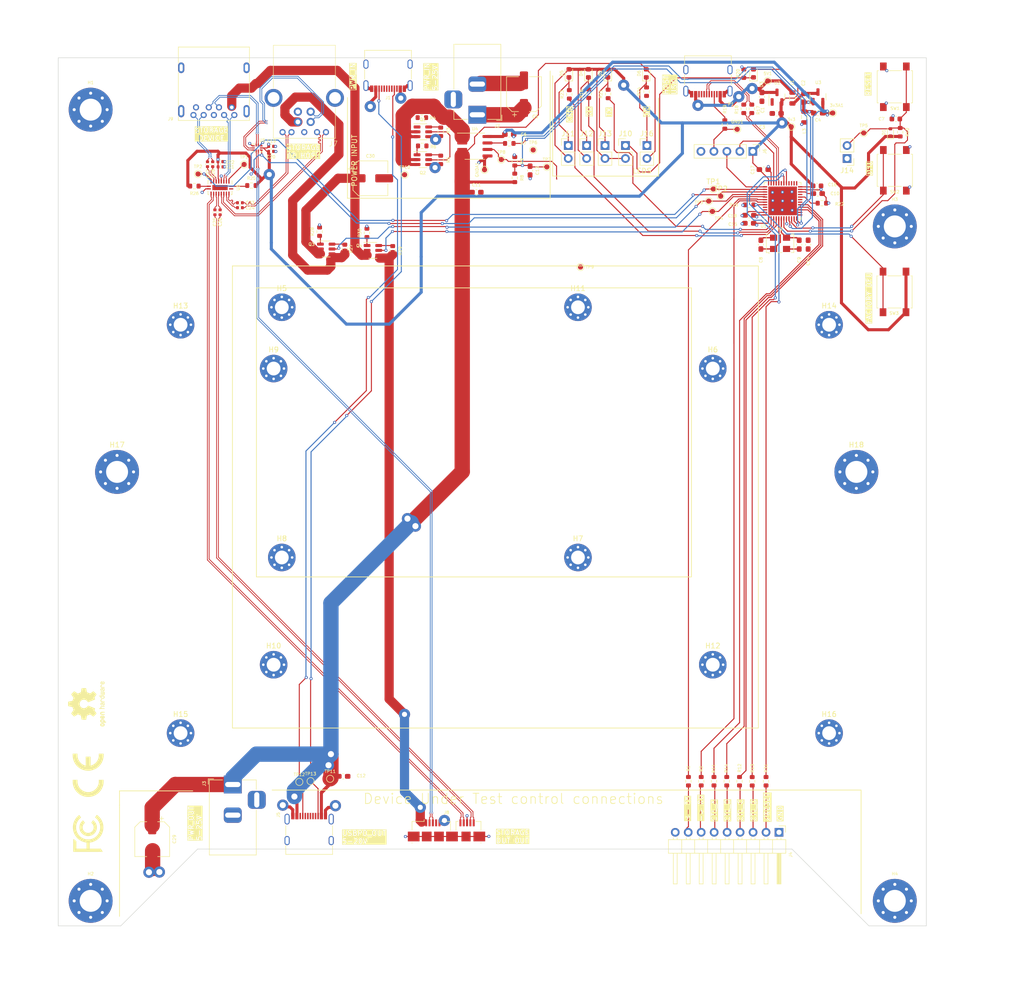
<source format=kicad_pcb>
(kicad_pcb (version 20221018) (generator pcbnew)
  (layers (0 "F.Cu" signal) (1 "In1.Cu" signal) (2 "In2.Cu" signal) (31 "B.Cu" signal) (34 "B.Paste" user) (35 "F.Paste" user) (36 "B.SilkS" user "B.Silkscreen") (37 "F.SilkS" user "F.Silkscreen") (38 "B.Mask" user) (39 "F.Mask" user) (44 "Edge.Cuts" user))
  (net 0 "")
  (net 1 "VCC")
  (net 2 "GND")
  (net 3 "/RESET")
  (net 4 "/CTL_D")
  (net 5 "/CTL_C")
  (net 6 "/CTL_B")
  (net 7 "/CTL_A")
  (net 8 "/RX")
  (net 9 "/TX")
  (net 10 "+5V")
  (net 11 "+5VA")
  (net 12 "/XTALO")
  (net 13 "/DP")
  (net 15 "/XTALI")
  (net 16 "/TX1")
  (net 17 "/RX1")
  (net 18 "+3.3V")
  (net 19 "Net-(U1-VCAP1)")
  (net 20 "/board_control/VCCOUT")
  (net 21 "/VOUT_SENSE")
  (net 22 "/NRST")
  (net 23 "/board_control/CC1")
  (net 24 "/board_control/CC2")
  (net 25 "GNDA")
  (net 26 "+3.3VA")
  (net 27 "/BUTTON")
  (net 28 "/board_control/V_IO")
  (net 29 "/SWDIO")
  (net 30 "/SWCLK")
  (net 32 "Net-(P1-CC)")
  (net 35 "/_DP")
  (net 37 "Net-(Q1-S1)")
  (net 38 "/board_control/VCCOUT_SW")
  (net 40 "/ON_OFF")
  (net 41 "Net-(Q1-D1)")
  (net 46 "Net-(Q2-S1)")
  (net 49 "Net-(Q2-D1)")
  (net 50 "/board_control/_CURRENT_SENSE")
  (net 51 "/CURRENT_SENSE")
  (net 52 "/BOOT0")
  (net 53 "/LED1")
  (net 54 "Net-(D4-K)")
  (net 55 "Net-(D3-K)")
  (net 56 "/LED0")
  (net 57 "Net-(D2-K)")
  (net 58 "Net-(U1-PB2)")
  (net 59 "/LED2")
  (net 60 "Net-(D5-K)")
  (net 61 "Net-(D6-K)")
  (net 62 "/BW_SEL")
  (net 63 "/USB_STORAGE_MUX/VBUS_STORAGE")
  (net 64 "/USB_STORAGE_MUX/VBUS_DUT")
  (net 66 "Net-(Q3-S1)")
  (net 67 "/USB_STORAGE_MUX/VBUS_HOST")
  (net 68 "/USB_PW_HOST")
  (net 69 "Net-(Q3-D1)")
  (net 70 "Net-(Q4-S1)")
  (net 71 "/USB_PW_DUT")
  (net 72 "Net-(Q4-D1)")
  (net 73 "Net-(U6-RSVD1)")
  (net 74 "Net-(U6-RSVD2)")
  (net 75 "/USB_OEn")
  (net 76 "/USB_SEL")
  (net 77 "/board_control/RESET_")
  (net 78 "/board_control/CTL_C_")
  (net 79 "/board_control/CTL_B_")
  (net 80 "/board_control/CTL_A_")
  (net 81 "/board_control/CTL_D_")
  (net 82 "/USB_STORAGE_MUX/HOST_SSTXN")
  (net 83 "/USB_STORAGE_MUX/HOST_SSTXP")
  (net 84 "/USB_STORAGE_MUX/HOST_SSRXP")
  (net 85 "/USB_STORAGE_MUX/HOST_SSRXN")
  (net 86 "/USB_STORAGE_MUX/DUT_SSRXN")
  (net 87 "/USB_STORAGE_MUX/_DUT_SSRXN")
  (net 88 "/USB_STORAGE_MUX/DUT_SSRXP")
  (net 89 "/USB_STORAGE_MUX/_DUT_SSRXP")
  (net 90 "/USB_STORAGE_MUX/_STORAGE_SSRXN")
  (net 91 "/USB_STORAGE_MUX/STORAGE_SSRXN")
  (net 92 "/USB_STORAGE_MUX/_STORAGE_SSRXP")
  (net 93 "/USB_STORAGE_MUX/STORAGE_SSRXP")
  (net 94 "/USB_STORAGE_MUX/HOST_DN")
  (net 95 "/USB_STORAGE_MUX/HOST_DP")
  (net 96 "/USB_STORAGE_MUX/DUT_DN")
  (net 97 "/USB_STORAGE_MUX/DUT_DP")
  (net 98 "/USB_STORAGE_MUX/DUT_SSTXN")
  (net 99 "/USB_STORAGE_MUX/DUT_SSTXP")
  (net 100 "/USB_STORAGE_MUX/STORAGE_DN")
  (net 101 "/USB_STORAGE_MUX/STORAGE_DP")
  (net 102 "/USB_STORAGE_MUX/STORAGE_SSTXN")
  (net 103 "/USB_STORAGE_MUX/STORAGE_SSTXP")
  (net 104 "/_DN")
  (net 105 "/DN")
  (net 106 "/USB_STORAGE_MUX/_HOST_SSRXP")
  (net 107 "/USB_STORAGE_MUX/_HOST_SSRXN")
  (footprint "MountingHole:MountingHole_4.3mm_M4_Pad_Via" (layer "F.Cu") (at 63.6672 229.0433)
    (fp_text reference "H2")
    (fp_text value "ITX MountingHole")
  )
  (footprint "Capacitor_SMD:C_0603_1608Metric" (layer "F.Cu") (at 221.35 75.92)
    (fp_text reference "C7")
    (fp_text value "100nF")
  )
  (footprint "Capacitor_SMD:C_0603_1608Metric_Pad1.08x0.95mm_HandSolder" (layer "F.Cu") (at 198.0125 74.8424 180)
    (fp_text reference "C3")
    (fp_text value "1uF")
  )
  (footprint "Resistor_SMD:R_0603_1608Metric" (layer "F.Cu") (at 183.235 205.615 90)
    (fp_text reference "R2")
    (fp_text value "50")
  )
  (footprint "MountingHole:MountingHole_4.3mm_M4_Pad_Via" (layer "F.Cu") (at 221.1472 229.0433)
    (fp_text reference "H4")
    (fp_text value "ITX MountingHole")
  )
  (footprint "MountingHole:MountingHole_2.7mm_M2.5_Pad_Via" (layer "F.Cu") (at 99.5 182.8)
    (fp_text reference "H10")
    (fp_text value "Board MountingHole")
  )
  (footprint "LED_SMD:LED_0603_1608Metric" (layer "F.Cu") (at 157.3325 66.9875 90)
    (fp_text reference "D5")
    (fp_text value "LED")
  )
  (footprint "TestPoint:TestPoint_Pad_D1.0mm" (layer "F.Cu") (at 159.6 104.92)
    (fp_text reference "TP9")
    (fp_text value "TestPoint")
  )
  (footprint "Resistor_SMD:R_0603_1608Metric" (layer "F.Cu") (at 113.4425 101.37 90)
    (fp_text reference "R27")
    (fp_text value "47k")
  )
  (footprint "Capacitor_SMD:C_0603_1608Metric_Pad1.08x0.95mm_HandSolder" (layer "F.Cu") (at 206.0625 90.5299 180)
    (fp_text reference "C10")
    (fp_text value "2.2uF")
  )
  (footprint "Package_TO_SOT_SMD:TSOT-23-6" (layer "F.Cu") (at 118.94 101.66)
    (fp_text reference "Q4")
    (fp_text value "FDC6330L")
  )
  (footprint "MountingHole:MountingHole_2.7mm_M2.5_Pad_Via" (layer "F.Cu") (at 81.28 196.196218)
    (fp_text reference "H15")
    (fp_text value "Board MountingHole")
  )
  (footprint "MountingHole:MountingHole_4.3mm_M4_Pad_Via" (layer "F.Cu") (at 213.619581 145.039581)
    (fp_text reference "H18")
    (fp_text value "ITX MountingHole")
  )
  (footprint "TestPoint:TestPoint_Pad_D1.0mm" (layer "F.Cu") (at 215.06 78.67)
    (fp_text reference "TP5")
    (fp_text value "TestPoint")
  )
  (footprint "LED_SMD:LED_0603_1608Metric" (layer "F.Cu") (at 172.48 66.9875 90)
    (fp_text reference "D6")
    (fp_text value "LED")
  )
  (footprint "Capacitor_SMD:C_0402_1005Metric" (layer "F.Cu") (at 86.55 84.78 90)
    (fp_text reference "C27")
    (fp_text value "100nF")
  )
  (footprint "Package_TO_SOT_SMD:SOT-23" (layer "F.Cu") (at 206.1 71.5924 90)
    (fp_text reference "U3")
    (fp_text value "AP2127N-3.3")
  )
  (footprint "Capacitor_SMD:C_0603_1608Metric_Pad1.08x0.95mm_HandSolder" (layer "F.Cu") (at 113.1375 204.66 180)
    (fp_text reference "C12")
    (fp_text value "1uF")
  )
  (footprint "Connector_PinHeader_2.54mm:PinHeader_1x05_P2.54mm_Vertical" (layer "F.Cu") (at 193.34 82.2674 -90)
    (fp_text reference "J6")
    (fp_text value "Conn_01x05_Pin")
  )
  (footprint "Package_TO_SOT_SMD:TSOT-23-6" (layer "F.Cu") (at 109.7975 101.39)
    (fp_text reference "Q3")
    (fp_text value "FDC6330L")
  )
  (footprint "Capacitor_SMD:C_0603_1608Metric" (layer "F.Cu") (at 205.925 89.0299)
    (fp_text reference "C16")
    (fp_text value "100nF")
  )
  (footprint "Resistor_SMD:R_0603_1608Metric" (layer "F.Cu") (at 193.22 205.63 -90)
    (fp_text reference "R13")
    (fp_text value "100")
  )
  (footprint "MountingHole:MountingHole_2.7mm_M2.5_Pad_Via" (layer "F.Cu") (at 208.28 196.196218)
    (fp_text reference "H16")
    (fp_text value "Board MountingHole")
  )
  (footprint "Capacitor_SMD:C_0603_1608Metric_Pad1.08x0.95mm_HandSolder" (layer "F.Cu") (at 149.7225 86.0374 -90)
    (fp_text reference "C13")
    (fp_text value "100nF")
  )
  (footprint "Connector_USB:USB_C_Receptacle_G-Switch_GT-USB-7010ASV" (layer "F.Cu") (at 106.4575 216.16)
    (fp_text reference "J5")
    (fp_text value "USB_C_Receptacle_PowerOnly_6P")
  )
  (footprint "Resistor_SMD:R_0603_1608Metric" (layer "F.Cu") (at 83.98 89.07 180)
    (fp_text reference "R26")
    (fp_text value "0")
  )
  (footprint "Resistor_SMD:R_0603_1608Metric" (layer "F.Cu") (at 180.735 205.615 90)
    (fp_text reference "R1")
    (fp_text value "50")
  )
  (footprint "TestPoint:TestPoint_Pad_D1.0mm" (layer "F.Cu") (at 185.43 94.04)
    (fp_text reference "TP4")
    (fp_text value "TestPoint")
  )
  (footprint "MountingHole:MountingHole_2.7mm_M2.5_Pad_Via" (layer "F.Cu") (at 99.5 124.8)
    (fp_text reference "H9")
    (fp_text value "Board MountingHole")
  )
  (footprint "USB3Wurth:Wurth WR-COM USB 3.0 692221030100" (layer "F.Cu") (at 105.5 74.505 180)
    (fp_text reference "J7")
    (fp_text value "USB3_B")
  )
  (footprint "MountingHole:MountingHole_2.7mm_M2.5_Pad_Via" (layer "F.Cu") (at 185.5 182.8)
    (fp_text reference "H12")
    (fp_text value "Board MountingHole")
  )
  (footprint "Package_DFN_QFN:QFN-48-1EP_7x7mm_P0.5mm_EP5.6x5.6mm" (layer "F.Cu") (at 199.175 91.9674 90)
    (fp_text reference "U1")
    (fp_text value "STM32F411CEUx")
  )
  (footprint "Connector_PinHeader_2.54mm:PinHeader_1x02_P2.54mm_Vertical" (layer "F.Cu") (at 160.8 81.125)
    (fp_text reference "J12")
    (fp_text value "Conn_01x02_Pin")
  )
  (footprint "Capacitor_SMD:C_0603_1608Metric_Pad1.08x0.95mm_HandSolder" (layer "F.Cu") (at 195.125 71.5924 90)
    (fp_text reference "C1")
    (fp_text value "1uF")
  )
  (footprint "Symbol:CE-Logo_8.5x6mm_SilkScreen" (layer "F.Cu") (at 63.17 204.45 90)
    (fp_text reference "REF**" hide)
    (fp_text value "CE-Logo_8.5x6mm_SilkScreen" hide)
  )
  (footprint "TestPoint:TestPoint_Pad_D1.0mm" (layer "F.Cu") (at 153.01 85.3124)
    (fp_text reference "TP7")
    (fp_text value "TestPoint")
  )
  (footprint "Resistor_SMD:R_0603_1608Metric" (layer "F.Cu") (at 128.6 81.2 180)
    (fp_text reference "R6")
    (fp_text value "2k2")
  )
  (footprint "Capacitor_SMD:C_0402_1005Metric" (layer "F.Cu") (at 99 82.275)
    (fp_text reference "C20")
    (fp_text value "100nF")
  )
  (footprint "Resistor_SMD:R_0603_1608Metric" (layer "F.Cu") (at 195.93 205.62 -90)
    (fp_text reference "R31")
    (fp_text value "100")
  )
  (footprint "Capacitor_SMD:C_0603_1608Metric_Pad1.08x0.95mm_HandSolder" (layer "F.Cu") (at 206.15 74.7799)
    (fp_text reference "C4")
    (fp_text value "1uF")
  )
  (footprint "Connector_USB:USB3_A_Molex_48393-001" (layer "F.Cu") (at 91.3 73.65 180)
    (fp_text reference "J9")
    (fp_text value "USB3_A")
  )
  (footprint "Capacitor_SMD:C_0603_1608Metric_Pad1.08x0.95mm_HandSolder" (layer "F.Cu") (at 139.22 90.27)
    (fp_text reference "C11")
    (fp_text value "1uF")
  )
  (footprint "Capacitor_SMD:C_0402_1005Metric" (layer "F.Cu") (at 88 94.2 90)
    (fp_text reference "C25")
    (fp_text value "100nF")
  )
  (footprint "Capacitor_SMD:C_0603_1608Metric_Pad1.08x0.95mm_HandSolder" (layer "F.Cu") (at 194.925 100.5299 -90)
    (fp_text reference "C8")
    (fp_text value "12pF")
  )
  (footprint "Button_Switch_SMD:SW_SPST_B3S-1000" (layer "F.Cu") (at 221.09 109.795 90)
    (fp_text reference "SW3")
    (fp_text value "SW_Push")
  )
  (footprint "Resistor_SMD:R_0603_1608Metric" (layer "F.Cu") (at 192.65 92.7424 180)
    (fp_text reference "R15")
    (fp_text value "10k")
  )
  (footprint "Symbol:OSHW-Logo2_9.8x8mm_SilkScreen" (layer "F.Cu") (at 62.97 190.48 90)
    (fp_text reference "REF**" hide)
    (fp_text value "OSHW-Logo2_9.8x8mm_SilkScreen" hide)
  )
  (footprint "MountingHole:MountingHole_2.7mm_M2.5_Pad_Via" (layer "F.Cu") (at 185.5 124.8)
    (fp_text reference "H6")
    (fp_text value "Board MountingHole")
  )
  (footprint "Connector_PinHeader_2.54mm:PinHeader_1x09_P2.54mm_Horizontal" (layer "F.Cu") (at 198.47 215.62 -90)
    (fp_text reference "J4")
    (fp_text value "Conn_01x09_Pin")
  )
  (footprint "LED_SMD:LED_0603_1608Metric" (layer "F.Cu") (at 193.475 66.9924 90)
    (fp_text reference "D3")
    (fp_text value "LED")
  )
  (footprint "Resistor_SMD:R_0603_1608Metric" (layer "F.Cu") (at 165.005 71.025 90)
    (fp_text reference "R21")
    (fp_text value "1k")
  )
  (footprint "Button_Switch_SMD:SW_SPST_B3S-1000" (layer "F.Cu") (at 221.15 85.98 90)
    (fp_text reference "SW2")
    (fp_text value "SW_Push" hide)
  )
  (footprint "Connector_USB:USB_C_Receptacle_G-Switch_GT-USB-7010ASV" (layer "F.Cu") (at 184.55 67.345 180)
    (fp_text reference "P1")
    (fp_text value "USB_C_Plug_USB2.0")
  )
  (footprint "Capacitor_SMD:C_0402_1005Metric" (layer "F.Cu") (at 89.07 84.28)
    (fp_text reference "C22")
    (fp_text value "100nF")
  )
  (footprint "Resistor_SMD:R_0603_1608Metric" (layer "F.Cu") (at 157.405 71.1 90)
    (fp_text reference "R23")
    (fp_text value "1k")
  )
  (footprint "TestPoint:TestPoint_Pad_D1.0mm" (layer "F.Cu") (at 185.61 89.64)
    (fp_text reference "TP1")
    (fp_text value "TestPoint")
  )
  (footprint "Package_DFN_QFN:DHVQFN-20-1EP_2.5x4.5mm_P0.5mm_EP1x3mm" (layer "F.Cu") (at 89 89.3625 -90)
    (fp_text reference "U6")
    (fp_text value "TMUXHS4212")
  )
  (footprint "Resistor_SMD:R_0603_1608Metric" (layer "F.Cu") (at 145.6475 80.7124)
    (fp_text reference "R7")
    (fp_text value "50")
  )
  (footprint "Inductor_SMD:L_0805_2012Metric" (layer "F.Cu") (at 203.425 75.5424 -90)
    (fp_text reference "L3")
    (fp_text value "10uH")
  )
  (footprint "Inductor_SMD:L_0805_2012Metric" (layer "F.Cu") (at 201.1 71.8174 90)
    (fp_text reference "L1")
    (fp_text value "10uH")
  )
  (footprint "Capacitor_SMD:CP_Elec_6.3x5.4_Nichicon" (layer "F.Cu") (at 75.72 216.96 -90)
    (fp_text reference "C29")
    (fp_text value "47uF 32V")
  )
  (footprint "Oscillator:Oscillator_SMD_EuroQuartz_XO53-4Pin_5.0x3.2mm" (layer "F.Cu") (at 198.675 100.2799)
    (fp_text reference "Y2")
    (fp_text value "25 Mhz Crystal")
  )
  (footprint "Symbol:FCC-Logo_7.3x6mm_SilkScreen" (layer "F.Cu") (at 63.17 215.82 90)
    (fp_text reference "REF**" hide)
    (fp_text value "FCC-Logo_7.3x6mm_SilkScreen" hide)
  )
  (footprint "Resistor_SMD:R_0603_1608Metric" (layer "F.Cu") (at 172.53 70.575 90)
    (fp_text reference "R24")
    (fp_text value "2k")
  )
  (footprint "Capacitor_SMD:C_0402_1005Metric" (layer "F.Cu") (at 89.1 85.3)
    (fp_text reference "C21")
    (fp_text value "1uF")
  )
  (footprint "Connector_BarrelJack:BarrelJack_Horizontal" (layer "F.Cu") (at 91.5 206.26 90)
    (fp_text reference "J3")
    (fp_text value "Barrel_Jack_MountingPin")
  )
  (footprint "Connector_PinHeader_2.54mm:PinHeader_1x02_P2.54mm_Vertical" (layer "F.Cu") (at 157.2 81.125)
    (fp_text reference "J11")
    (fp_text value "Conn_01x02_Pin")
  )
  (footprint "TestPoint:TestPoint_Pad_D1.0mm" (layer "F.Cu") (at 93.72 84.83)
    (fp_text reference "TP1")
    (fp_text value "TestPoint")
  )
  (footprint "MountingHole:MountingHole_4.3mm_M4_Pad_Via" (layer "F.Cu") (at 221.1472 96.9633)
    (fp_text reference "H3")
    (fp_text value "ITX MountingHole")
  )
  (footprint "Resistor_SMD:R_0603_1608Metric" (layer "F.Cu") (at 191.575 67.0424 -90)
    (fp_text reference "R20")
    (fp_text value "1k")
  )
  (footprint "MountingHole:MountingHole_2.7mm_M2.5_Pad_Via" (layer "F.Cu") (at 81.28 116.223782)
    (fp_text reference "H13")
    (fp_text value "Board MountingHole")
  )
  (footprint "Resistor_SMD:R_0603_1608Metric" (layer "F.Cu") (at 128.53 75.66)
    (fp_text reference "R4")
    (fp_text value "2k2")
  )
  (footprint "Capacitor_SMD:C_0603_1608Metric_Pad1.08x0.95mm_HandSolder" (layer "F.Cu") (at 203.3 71.7799 90)
    (fp_text reference "C2")
    (fp_text value "1uF")
  )
  (footprint "Resistor_SMD:R_0603_1608Metric" (layer "F.Cu") (at 161.205 70.975 90)
    (fp_text reference "R16")
    (fp_text value "1k")
  )
  (footprint "Capacitor_SMD:C_0603_1608Metric_Pad1.08x0.95mm_HandSolder" (layer "F.Cu") (at 145.6475 78.9624)
    (fp_text reference "C6")
    (fp_text value "1uF")
  )
  (footprint "Resistor_SMD:R_0603_1608Metric" (layer "F.Cu") (at 146.7225 87.4624 -90)
    (fp_text reference "R8")
    (fp_text value "2k4")
  )
  (footprint "TestPoint:TestPoint_Pad_D1.0mm" (layer "F.Cu") (at 200.87 77.46)
    (fp_text reference "3v3")
    (fp_text value "TestPoint")
  )
  (footprint "TestPoint:TestPoint_Pad_D1.0mm" (layer "F.Cu") (at 110.56 205.14)
    (fp_text reference "TP11")
    (fp_text value "TestPoint")
  )
  (footprint "Capacitor_SMD:C_0402_1005Metric" (layer "F.Cu") (at 99.01 81.295)
    (fp_text reference "C19")
    (fp_text value "1uF")
  )
  (footprint "TestPoint:TestPoint_Pad_D1.0mm" (layer "F.Cu") (at 106.74 205.61)
    (fp_text reference "TP13")
    (fp_text value "TestPoint")
  )
  (footprint "Connector_PinHeader_2.54mm:PinHeader_1x02_P2.54mm_Vertical" (layer "F.Cu") (at 168.4 81.125)
    (fp_text reference "J10")
    (fp_text value "Conn_01x02_Pin")
  )
  (footprint "MountingHole:MountingHole_2.7mm_M2.5_Pad_Via" (layer "F.Cu") (at 101.1 161.8)
    (fp_text reference "H8")
    (fp_text value "Board MountingHole")
  )
  (footprint "TestPoint:TestPoint_Pad_D1.0mm" (layer "F.Cu") (at 84.7 86.7)
    (fp_text reference "TP2")
    (fp_text value "TestPoint")
  )
  (footprint "Resistor_SMD:R_0603_1608Metric" (layer "F.Cu") (at 193.14 73.94 90)
    (fp_text reference "R17")
    (fp_text value "10")
  )
  (footprint "MountingHole:MountingHole_2.7mm_M2.5_Pad_Via" (layer "F.Cu") (at 159.1 161.8)
    (fp_text reference "H7")
    (fp_text value "Board MountingHole")
  )
  (footprint "Resistor_SMD:R_0603_1608Metric" (layer "F.Cu") (at 132.2225 78.44 90)
    (fp_text reference "R3")
    (fp_text value "47k")
  )
  (footprint "Resistor_SMD:R_0603_1608Metric" (layer "F.Cu") (at 122.82 101.645 90)
    (fp_text reference "R29")
    (fp_text value "47k")
  )
  (footprint "Connector_PinHeader_2.54mm:PinHeader_1x02_P2.54mm_Vertical" (layer "F.Cu") (at 164.4 81.125)
    (fp_text reference "J13")
    (fp_text value "Conn_01x02_Pin")
  )
  (footprint "LED_SMD:LED_0603_1608Metric" (layer "F.Cu") (at 161.139375 66.9875 90)
    (fp_text reference "D4")
    (fp_text value "LED")
  )
  (footprint "TestPoint:TestPoint_Pad_D1.0mm" (layer "F.Cu") (at 104.53 205.75)
    (fp_text reference "TP12")
    (fp_text value "TestPoint")
  )
  (footprint "MountingHole:MountingHole_2.7mm_M2.5_Pad_Via" (layer "F.Cu") (at 159.1 112.8)
    (fp_text reference "H11")
    (fp_text value "Board MountingHole")
  )
  (footprint "Resistor_SMD:R_0603_1608Metric" (layer "F.Cu") (at 95.16 88.96)
    (fp_text reference "R25")
    (fp_text value "0")
  )
  (footprint "Capacitor_SMD:C_0402_1005Metric" (layer "F.Cu") (at 87.57 84.78 90)
    (fp_text reference "C28")
    (fp_text value "100nF")
  )
  (footprint "Connector_PinHeader_2.54mm:PinHeader_1x02_P2.54mm_Vertical" (layer "F.Cu") (at 172.6 81.125)
    (fp_text reference "J16")
    (fp_text value "Conn_01x02_Pin")
  )
  (footprint "Connector_USB:USB_C_Receptacle_G-Switch_GT-USB-7010ASV" (layer "F.Cu") (at 121.9 66.265 180)
    (fp_text reference "J1")
    (fp_text value "USB_C_Receptacle_PowerOnly_6P" hide)
  )
  (footprint "TestPoint:TestPoint_Pad_D1.0mm" (layer "F.Cu") (at 144.09 83.8724)
    (fp_text reference "TP8")
    (fp_text value "TestPoint")
  )
  (footprint "Package_TO_SOT_SMD:TSOT-23-6" (layer "F.Cu") (at 128.7225 83.89)
    (fp_text reference "Q2")
    (fp_text value "FDC6330L")
  )
  (footprint "Capacitor_SMD:C_0603_1608Metric_Pad1.08x0.95mm_HandSolder" (layer "F.Cu") (at 204.175 100.5299 -90)
    (fp_text reference "C14")
    (fp_text value "100nF")
  )
  (footprint "Package_TO_SOT_SMD:SOT-23" (layer "F.Cu") (at 198.075 71.6549 90)
    (fp_text reference "U2")
    (fp_text value "AP2127N-3.3")
  )
  (footprint "Resistor_SMD:R_0603_1608Metric" (layer "F.Cu") (at 206.875 92.4174)
    (fp_text reference "R22")
    (fp_text value "10k")
  )
  (footprint "Resistor_SMD:R_0603_1608Metric" (layer "F.Cu") (at 117.77 98.23 90)
    (fp_text reference "R30")
    (fp_text value "2k2")
  )
  (footprint "MountingHole:MountingHole_4.3mm_M4_Pad_Via" (layer "F.Cu") (at 63.6672 74.1033)
    (fp_text reference "H1")
    (fp_text value "ITX MountingHole")
  )
  (footprint "Resistor_SMD:R_0603_1608Metric" (layer "F.Cu") (at 190.735 205.615 -90)
    (fp_text reference "R12")
    (fp_text value "100")
  )
  (footprint "Resistor_SMD:R_0603_1608Metric" (layer "F.Cu") (at 222.2 78.52 -90)
    (fp_text reference "R10")
    (fp_text value "4k7")
  )
  (footprint "LED_SMD:LED_0603_1608Metric" (layer "F.Cu") (at 164.94625 66.9875 90)
    (fp_text reference "D2")
    (fp_text value "LED")
  )
  (footprint "Connector_BarrelJack:BarrelJack_Horizontal" (layer "F.Cu") (at 139.3925 75.1 -90)
    (fp_text reference "J2")
    (fp_text value "Barrel_Jack_MountingPin")
  )
  (footprint "Button_Switch_SMD:SW_SPST_B3S-1000" (layer "F.Cu") (at 221.15 69.62 90)
    (fp_text reference "SW1")
    (fp_text value "SW_Push")
  )
  (footprint "Resistor_SMD:R_0603_1608Metric" (layer "F.Cu") (at 146.7225 84.2124 -90)
    (fp_text reference "R9")
    (fp_text value "470")
  )
  (footprint "Capacitor_SMD:CP_Elec_6.3x5.4_Nichicon" (layer "F.Cu") (at 148.52 71.06 90)
    (fp_text reference "C5")
    (fp_text value "47uF 32V")
  )
  (footprint "Connector_PinHeader_2.54mm:PinHeader_1x02_P2.54mm_Vertical" (layer "F.Cu") (at 211.8 83.675 180)
    (fp_text reference "J14")
    (fp_text value "Conn_01x02_Pin")
  )
  (footprint "Package_DFN_QFN:UQFN-10_1.4x1.8mm_P0.4mm" (layer "F.Cu") (at 96.3 81.6 -90)
    (fp_text reference "U5")
    (fp_text value "~")
  )
  (footprint "TestPoint:TestPoint_Pad_D1.0mm" (layer "F.Cu") (at 190.28 77.95)
    (fp_text reference "GND1")
    (fp_text value "TestPoint")
  )
  (footprint "Package_SO:SOIC-8_3.9x4.9mm_P1.27mm" (layer "F.Cu") (at 138.91 81.2624)
    (fp_text reference "U4")
    (fp_text value "ACS722xLCTR-20AU")
  )
  (footprint "Resistor_SMD:R_0603_1608Metric" (layer "F.Cu") (at 185.735 205.615 -90)
    (fp_text reference "R11")
    (fp_text value "100")
  )
  (footprint "Capacitor_SMD:C_0603_1608Metric_Pad1.08x0.95mm_HandSolder" (layer "F.Cu") (at 192.675 94.7799 180)
    (fp_text reference "C18")
    (fp_text value "100nF")
  )
  (footprint "Capacitor_SMD:C_0603_1608Metric_Pad1.08x0.95mm_HandSolder" (layer "F.Cu") (at 202.425 100.5299 90)
    (fp_text reference "C9")
    (fp_text value "12pF")
  )
  (footprint "Resistor_SMD:R_0603_1608Metric" (layer "F.Cu") (at 188.235 205.615 -90)
    (fp_text reference "R14")
    (fp_text value "100")
  )
  (footprint "Connector_USB:USB3_Micro-B_Connfly_DS1104-01" (layer "F.Cu") (at 133.355 215.24)
    (fp_text reference "J8")
    (fp_text value "USB3_B_Micro")
  )
  (footprint "TestPoint:TestPoint_Pad_D1.0mm" (layer "F.Cu") (at 184.71 92.01)
    (fp_text reference "TP3")
    (fp_text value "TestPoint")
  )
  (footprint "Diode_SMD:D_SOD-523" (layer "F.Cu") (at 220.3 78.545 90)
    (fp_text reference "D1")
    (fp_text value "1N4148WT")
  )
  (footprint "Capacitor_SMD:C_0402_1005Metric" (layer "F.Cu") (at 89.02 94.2 90)
    (fp_text reference "C26")
    (fp_text value "100nF")
  )
  (footprint "Resistor_SMD:R_0603_1608Metric" (layer "F.Cu") (at 132.2225 83.94 90)
    (fp_text reference "R5")
    (fp_text value "47k")
  )
  (footprint "Capacitor_SMD:C_0603_1608Metric_Pad1.08x0.95mm_HandSolder" (layer "F.Cu") (at 192.65 96.35 180)
    (fp_text reference "C15")
    (fp_text value "100nF")
  )
  (footprint "Resistor_SMD:R_0603_1608Metric" (layer "F.Cu") (at 187.86 77.01 -90)
    (fp_text reference "R19")
    (fp_text value "5k1")
  )
  (footprint "TestPoint:TestPoint_Pad_D1.0mm" (layer "F.Cu") (at 125.15 86.8424)
    (fp_text reference "TP10")
    (fp_text value "TestPoint")
  )
  (footprint "Capacitor_SMD:CP_Elec_6.3x5.4_Nichicon" (layer "F.Cu") (at 118.45 87.54)
    (fp_text reference "C30")
    (fp_text value "47uF 32V")
  )
  (footprint "Capacitor_SMD:C_0402_1005Metric" (layer "F.Cu") (at 92.9 92.33 180)
    (fp_text reference "C23")
    (fp_text value "100nF")
  )
  (footprint "TestPoint:TestPoint_Pad_D1.0mm" (layer "F.Cu") (at 209 74.76)
    (fp_text reference "3v3A1")
    (fp_text value "TestPoint")
  )
  (footprint "MountingHole:MountingHole_4.3mm_M4_Pad_Via" (layer "F.Cu") (at 68.839581 145.039581)
    (fp_text reference "H17")
    (fp_text value "ITX MountingHole")
  )
  (footprint "Resistor_SMD:R_0603_1608Metric" (layer "F.Cu") (at 191.57 73.94 90)
    (fp_text reference "R18")
    (fp_text value "10")
  )
  (footprint "TestPoint:TestPoint_Pad_D1.0mm" (layer "F.Cu") (at 140.8 85.8724 90)
    (fp_text reference "GNDA1")
    (fp_text value "TestPoint")
  )
  (footprint "Capacitor_SMD:C_0402_1005Metric" (layer "F.Cu") (at 92.9 93.3 180)
    (fp_text reference "C24")
    (fp_text value "100nF")
  )
  (footprint "Capacitor_SMD:C_0603_1608Metric_Pad1.08x0.95mm_HandSolder" (layer "F.Cu") (at 195.49 85.83 180)
    (fp_text reference "C17")
    (fp_text value "100nF")
  )
  (footprint "Resistor_SMD:R_0603_1608Metric" (layer "F.Cu") (at 108.5 97.99 90)
    (fp_text reference "R28")
    (fp_text value "2k2")
  )
  (footprint "TestPoint:TestPoint_Pad_D1.0mm" (layer "F.Cu") (at 150.33 81.9924)
    (fp_text reference "TP6")
    (fp_text value "TestPoint")
  )
  (footprint "Package_TO_SOT_SMD:TSOT-23-6" (layer "F.Cu") (at 128.7225 78.44)
    (fp_text reference "Q1")
    (fp_text value "FDC6330L")
  )
  (footprint "MountingHole:MountingHole_2.7mm_M2.5_Pad_Via" (layer "F.Cu") (at 208.28 116.223782)
    (fp_text reference "H14")
    (fp_text value "Board MountingHole")
  )
  (footprint "MountingHole:MountingHole_2.7mm_M2.5_Pad_Via" (layer "F.Cu") (at 101.1 112.8)
    (fp_text reference "H5")
    (fp_text value "Board MountingHole")
  )
  (footprint "TestPoint:TestPoint_Pad_D1.0mm" (layer "F.Cu") (at 187.06 91.05)
    (fp_text reference "TP2")
    (fp_text value "TestPoint")
  )
  (footprint "TestPoint:TestPoint_Pad_D1.0mm" (layer "F.Cu") (at 196.26 68.47)
    (fp_text reference "5V1")
    (fp_text value "TestPoint")
  )
  (gr_line (start 154.15 67.47) (end 154.15 87.1) (stroke (width 0.15)) (layer "F.SilkS"))
  (gr_line (start 113.95 71.7224) (end 113.95 91.4524) (stroke (width 0.15)) (layer "F.SilkS"))
  (gr_line (start 113.95 91.4524) (end 153.66 91.4524) (stroke (width 0.15)) (layer "F.SilkS"))
  (gr_line (start 153.66 91.4524) (end 153.66 66.5424) (stroke (width 0.15)) (layer "F.SilkS"))
  (gr_line (start 69.32 232.09) (end 69.32 210.29) (stroke (width 0.15)) (layer "F.SilkS"))
  (gr_line (start 174.89 87.12) (end 174.89 71.84) (stroke (width 0.15)) (layer "F.SilkS"))
  (gr_line (start 99.21 207.35) (end 214.55 207.35) (stroke (width 0.15)) (layer "F.SilkS"))
  (gr_rect (start 96.125 109) (end 181.325 165.6) (stroke (width 0.15)) (fill none) (layer "F.SilkS"))
  (gr_line (start 154.2 87.12) (end 174.89 87.12) (stroke (width 0.15)) (layer "F.SilkS"))
  (gr_line (start 69.32 210.29) (end 69.32 207.5) (stroke (width 0.15)) (layer "F.SilkS"))
  (gr_line (start 69.32 207.5) (end 83.66 207.5) (stroke (width 0.15)) (layer "F.SilkS"))
  (gr_line (start 214.55 207.44) (end 214.55 231.57) (stroke (width 0.15)) (layer "F.SilkS"))
  (gr_rect (start 91.425 104.7) (end 194.425 195.2) (stroke (width 0.15)) (fill none) (layer "F.SilkS"))
  (gr_line (start 57.3172 63.9433) (end 57.3172 233.9433) (stroke (width 0.1)) (layer "Edge.Cuts"))
  (gr_line (start 57.3172 233.9433) (end 69.57 233.9433) (stroke (width 0.1)) (layer "Edge.Cuts"))
  (gr_line (start 216.08 233.9433) (end 227.3172 233.9433) (stroke (width 0.1)) (layer "Edge.Cuts"))
  (gr_line (start 201.01 218.9) (end 216.08 233.9433) (stroke (width 0.1)) (layer "Edge.Cuts"))
  (gr_line (start 84.6133 218.9) (end 201.01 218.9) (stroke (width 0.1)) (layer "Edge.Cuts"))
  (gr_line (start 69.57 233.9433) (end 84.6133 218.9) (stroke (width 0.1)) (layer "Edge.Cuts"))
  (gr_line (start 227.3172 63.9433) (end 227.3172 233.9433) (stroke (width 0.1)) (layer "Edge.Cuts"))
  (gr_line (start 57.3172 63.9433) (end 227.3172 63.9433) (stroke (width 0.1)) (layer "Edge.Cuts"))
  (gr_text "PWR_IN" (at 115.615 70.4324 90) (layer "F.SilkS" knockout) (effects (font (size 1 1)) (justify left bottom)))
  (gr_text "RX" (at 161.93 75.6 90) (layer "F.SilkS" knockout) (effects (font (size 1 1)) (justify left bottom)))
  (gr_text "RESET" (at 216.535 71.51 90) (layer "F.SilkS" knockout) (effects (font (size 1 1)) (justify left bottom)))
  (gr_text "/RESET" (at 196.722852 213.58 90) (layer "F.SilkS" knockout) (effects (font (size 1 1)) (justify left bottom)))
  (gr_text "ON" (at 173.17 75.6 90) (layer "F.SilkS" knockout) (effects (font (size 1 1)) (justify left bottom)))
  (gr_text "PWR_OUT\n5-25V" (at 85.53 217.35 90) (layer "F.SilkS" knockout) (effects (font (size 1 1)) (justify left bottom)))
  (gr_text "DFU" (at 216.815 87.165 90) (layer "F.SilkS" knockout) (effects (font (size 1 1)) (justify left bottom)))
  (gr_text "-> RX" (at 183.787142 213.58 90) (layer "F.SilkS" knockout) (effects (font (size 1 1)) (justify left bottom)))
  (gr_text "GND" (at 199.31 213.58 90) (layer "F.SilkS" knockout) (effects (font (size 1 1)) (justify left bottom)))
  (gr_text "PWR_IN\n5-25V" (at 131.72 70.4624 90) (layer "F.SilkS" knockout) (effects (font (size 1 1)) (justify left bottom)))
  (gr_text "HOST\nUSB" (at 178.52 71.2424 90) (layer "F.SilkS" knockout) (effects (font (size 1 1)) (justify left bottom)))
  (gr_text "USBPD_OUT\n5-20V" (at 112.81 217.98) (layer "F.SilkS" knockout) (effects (font (size 1 1)) (justify left bottom)))
  (gr_text "STORAGE\nTO HOST\n" (at 102 83.7) (layer "F.SilkS" knockout) (effects (font (size 1 1)) (justify left bottom)))
  (gr_text "FACTORY DFU\n" (at 216.675 116.155 90) (layer "F.SilkS" knockout) (effects (font (size 1 1)) (justify left bottom)))
  (gr_text "STORAGE\nDUT OUT" (at 142.95 217.85) (layer "F.SilkS" knockout) (effects (font (size 1 1)) (justify left bottom)))
  (gr_text "CTL_B" (at 188.961426 213.58 90) (layer "F.SilkS" knockout) (effects (font (size 1 1)) (justify left bottom)))
  (gr_text "<- TX" (at 181.2 213.58 90) (layer "F.SilkS" knockout) (effects (font (size 1 1)) (justify left bottom)))
  (gr_text "CMD\n" (at 158.1 76.7 90) (layer "F.SilkS" knockout) (effects (font (size 1 1)) (justify left bottom)))
  (gr_text "CTL_D" (at 194.13571 213.58 90) (layer "F.SilkS" knockout) (effects (font (size 1 1)) (justify left bottom)))
  (gr_text "POWER INPUT" (at 115.91 89.2624 90) (layer "F.SilkS") (effects (font (size 1 1)) (justify left bottom)))
  (gr_text "CTL_A" (at 186.374284 213.58 90) (layer "F.SilkS" knockout) (effects (font (size 1 1)) (justify left bottom)))
  (gr_text "CTL_C" (at 191.548568 213.58 90) (layer "F.SilkS" knockout) (effects (font (size 1 1)) (justify left bottom)))
  (gr_text "TX" (at 165.79 75.5 90) (layer "F.SilkS" knockout) (effects (font (size 1 1)) (justify left bottom)))
  (gr_text "Device Under Test control connections" (at 116.93 210.23) (layer "F.SilkS") (effects (font (size 2 2)) (justify left bottom)))
  (gr_text "LEDS" (at 169.73 86.69) (layer "F.SilkS") (effects (font (size 1 1)) (justify left bottom)))
  (gr_text "STORAGE\nDEVICE\n" (at 87.32 80.28) (layer "F.SilkS" knockout) (effects (font (size 1 1)) (justify bottom)))
  (segment (start 118.44 72.67) (end 118.44 73.21) (width 0.6) (layer "F.Cu") (net 1))
  (segment (start 119.51 70.165) (end 119.51 71.6) (width 0.6) (layer "F.Cu") (net 1))
  (segment (start 147.18 75.1) (end 148.52 73.76) (width 3) (layer "F.Cu") (net 1))
  (segment (start 139.3925 75.1) (end 147.18 75.1) (width 3) (layer "F.Cu") (net 1))
  (segment (start 118.44 73.21) (end 118.45 73.22) (width 0.6) (layer "F.Cu") (net 1))
  (segment (start 124.3 71.025) (end 124.3 70.415) (width 0.6) (layer "F.Cu") (net 1))
  (segment (start 119.51 71.6) (end 118.44 72.67) (width 0.6) (layer "F.Cu") (net 1))
  (via (at 118.43 73.48) (size 2.2) (drill 1) (layers "F.Cu" "B.Cu") (net 1))
  (via (at 131.11 85.44) (size 2.2) (drill 1) (layers "F.Cu" "B.Cu") (net 1))
  (via (at 131.22 79.94) (size 2.2) (drill 1) (layers "F.Cu" "B.Cu") (net 1))
  (via (at 124.4 71.84) (size 2.2) (drill 1) (layers "F.Cu" "B.Cu") (net 1))
  (segment (start 187.975 77.95) (end 190.28 77.95) (width 0.2032) (layer "F.Cu") (net 2))
  (segment (start 110.205 210.75) (end 111.375 210.75) (width 0.6) (layer "F.Cu") (net 2))
  (segment (start 102.69 210.64) (end 101.52 210.64) (width 0.6) (layer "F.Cu") (net 2))
  (segment (start 94.81 80.72) (end 95.2727 81.1827) (width 0.2032) (layer "F.Cu") (net 2))
  (segment (start 188.35 70.47) (end 187.75 71.07) (width 0.6) (layer "F.Cu") (net 2))
  (segment (start 117.58 69.39) (end 117.58 69.5924) (width 0.6) (layer "F.Cu") (net 2))
  (segment (start 103.24 211.19) (end 102.91 210.86) (width 0.6) (layer "F.Cu") (net 2))
  (segment (start 203.7409 89.8009) (end 203.6574 89.7174) (width 0.2032) (layer "F.Cu") (net 2))
  (segment (start 180.23 70.47) (end 180.75 70.47) (width 0.6) (layer "F.Cu") (net 2))
  (segment (start 118.7 69.99) (end 118.18 69.99) (width 0.6) (layer "F.Cu") (net 2))
  (segment (start 86.8125 89.6125) (end 86.1875 89.6125) (width 0.2032) (layer "F.Cu") (net 2))
  (segment (start 203.6574 89.7174) (end 202.6125 89.7174) (width 0.2032) (layer "F.Cu") (net 2))
  (segment (start 117.58 69.5924) (end 117.9476 69.96) (width 0.6) (layer "F.Cu") (net 2))
  (segment (start 126.22 69.39) (end 125.7 69.39) (width 0.6) (layer "F.Cu") (net 2))
  (segment (start 191.825 96.3125) (end 191.7875 96.35) (width 0.2032) (layer "F.Cu") (net 2))
  (segment (start 102.91 210.86) (end 102.69 210.64) (width 0.6) (layer "F.Cu") (net 2))
  (segment (start 195.4125 99.1799) (end 197.405 99.1799) (width 0.25) (layer "F.Cu") (net 2))
  (segment (start 126.93 216.44) (end 125.32 216.44) (width 0.2032) (layer "F.Cu") (net 2))
  (segment (start 89.25 87.108238) (end 89.2433 87.101538) (width 0.2032) (layer "F.Cu") (net 2))
  (segment (start 141.62 216.44) (end 141.64 216.42) (width 0.2032) (layer "F.Cu") (net 2))
  (segment (start 206.7 89.73) (end 206.6291 89.8009) (width 0.2032) (layer "F.Cu") (net 2))
  (segment (start 139.78 216.44) (end 141.62 216.44) (width 0.2032) (layer "F.Cu") (net 2))
  (segment (start 194.041086 94.0509) (end 192.5415 94.0509) (width 0.2032) (layer "F.Cu") (net 2))
  (segment (start 192.5415 94.0509) (end 191.8125 94.7799) (width 0.2032) (layer "F.Cu") (net 2))
  (segment (start 206.7 90.3049) (end 206.925 90.5299) (width 0.2032) (layer "F.Cu") (net 2))
  (segment (start 202.425 101.3924) (end 199.9575 101.3924) (width 0.25) (layer "F.Cu") (net 2))
  (segment (start 185.72 79.975) (end 187.86 77.835) (width 0.2032) (layer "F.Cu") (net 2))
  (segment (start 206.7 89.0299) (end 206.7 89.73) (width 0.2032) (layer "F.Cu") (net 2))
  (segment (start 95.2727 81.1827) (end 95.5315 81.1827) (width 0.2032) (layer "F.Cu") (net 2))
  (segment (start 89.25 88.175) (end 89.25 87.108238) (width 0.2032) (layer "F.Cu") (net 2))
  (segment (start 196.925 86.4025) (end 196.3525 85.83) (width 0.2032) (layer "F.Cu") (net 2))
  (segment (start 75.8 222.71) (end 75.8 219.23) (width 3) (layer "F.Cu") (net 2))
  (segment (start 109.655 211.3) (end 109.985 210.97) (width 0.6) (layer "F.Cu") (net 2))
  (segment (start 196.925 88.5299) (end 196.925 86.4025) (width 0.2032) (layer "F.Cu") (net 2))
  (segment (start 206.6291 89.8009) (end 203.7409 89.8009) (width 0.2032) (layer "F.Cu") (net 2))
  (segment (start 103.24 211.1925) (end 103.24 211.19) (width 0.6) (layer "F.Cu") (net 2))
  (segment (start 125.32 216.44) (end 125.31 216.45) (width 0.2032) (layer "F.Cu") (net 2))
  (segment (start 194.925 99.6674) (end 195.4125 99.1799) (width 0.25) (layer "F.Cu") (net 2))
  (segment (start 195.7375 94.2174) (end 194.207586 94.2174) (width 0.2032) (layer "F.Cu") (net 2))
  (segment (start 180.75 70.47) (end 181.35 71.07) (width 0.6) (layer "F.Cu") (net 2))
  (segment (start 139.97625 68.97) (end 147.76375 68.97) (width 3) (layer "F.Cu") (net 2))
  (segment (start 109.985 210.97) (end 110.205 210.75) (width 0.6) (layer "F.Cu") (net 2))
  (segment (start 206.7 89.73) (end 206.7 90.3049) (width 0.2032) (layer "F.Cu") (net 2))
  (segment (start 126.93 216.44) (end 139.78 216.44) (width 0.2032) (layer "F.Cu") (net 2))
  (segment (start 185.72 82.2674) (end 185.72 79.975) (width 0.2032) (layer "F.Cu") (net 2))
  (segment (start 194.207586 94.2174) (end 194.041086 94.0509) (width 0.2032) (layer "F.Cu") (net 2))
  (segment (start 86.1875 89.6125) (end 85.5 90.3) (width 0.2032) (layer "F.Cu") (net 2))
  (segment (start 125.7 69.39) (end 125.1 69.99) (width 0.6) (layer "F.Cu") (net 2))
  (segment (start 103.24 211.1925) (end 103.24 212.3275) (width 0.6) (layer "F.Cu") (net 2))
  (segment (start 207.7 91.3049) (end 206.925 90.5299) (width 0.2032) (layer "F.Cu") (net 2))
  (segment (start 207.7 92.4174) (end 207.7 91.3049) (width 0.2032) (layer "F.Cu") (net 2))
  (segment (start 199.9575 101.3924) (end 199.945 101.3799) (width 0.25) (layer "F.Cu") (net 2))
  (segment (start 109.655 211.3025) (end 109.655 212.4375) (width 0.6) (layer "F.Cu") (net 2))
  (segment (start 187.86 77.835) (end 187.975 77.95) (width 0.2032) (layer "F.Cu") (net 2))
  (segment (start 118.18 69.99) (end 117.58 69.39) (width 0.6) (layer "F.Cu") (net 2))
  (segment (start 196.925 94.2174) (end 199.175 91.9674) (width 0.2032) (layer "F.Cu") (net 2))
  (segment (start 137.38 213.765) (end 137.38 212.38) (width 0.2032) (layer "F.Cu") (net 2))
  (segment (start 188.87 70.47) (end 188.35 70.47) (width 0.6) (layer "F.Cu") (net 2))
  (via (at 208.2 92.4) (size 0.6) (drill 0.3) (layers "F.Cu" "B.Cu") (net 2))
  (via (at 219.48 72.82) (size 0.6) (drill 0.3) (layers "F.Cu" "B.Cu") (net 2))
  (via (at 202.913552 76.981163) (size 0.6) (drill 0.3) (layers "F.Cu" "B.Cu") (net 2))
  (via (at 125.31 216.45) (size 0.6) (drill 0.3) (layers "F.Cu" "B.Cu") (net 2))
  (via (at 111.605 210.41) (size 2.2) (drill 1.2) (layers "F.Cu" "B.Cu") (net 2))
  (via (at 220.81 75.31) (size 0.6) (drill 0.3) (layers "F.Cu" "B.Cu") (net 2))
  (via (at 137.38 212.38) (size 0.6) (drill 0.3) (layers "F.Cu" "B.Cu") (net 2))
  (via (at 85.5 90.3) (size 0.6) (drill 0.3) (layers "F.Cu" "B.Cu") (net 2))
  (via (at 206.7 89.73) (size 0.6) (drill 0.3) (layers "F.Cu" "B.Cu") (net 2))
  (via (at 89.9 85.3) (size 0.6) (drill 0.3) (layers "F.Cu" "B.Cu") (net 2))
  (via (at 89.2433 87.101538) (size 0.6) (drill 0.3) (layers "F.Cu" "B.Cu") (net 2))
  (via (at 99.875 81.3) (size 0.6) (drill 0.3) (layers "F.Cu" "B.Cu") (net 2))
  (via (at 196.38 85.26) (size 0.6) (drill 0.3) (layers "F.Cu" "B.Cu") (net 2))
  (via (at 199.1 93.75) (size 0.6) (drill 0.3) (layers "F.Cu" "B.Cu") (net 2))
  (via (at 149.74 87.61) (size 0.6) (drill 0.3) (layers "F.Cu" "B.Cu") (net 2))
  (via (at 224.09 81.37) (size 0.6) (drill 0.3) (layers "F.Cu" "B.Cu") (net 2))
  (via (at 117.75 96.93) (size 0.6) (drill 0.3) (layers "F.Cu" "B.Cu") (net 2))
  (via (at 191.4 92.8) (size 0.6) (drill 0.3) (layers "F.Cu" "B.Cu") (net 2))
  (via (at 101.29 210.3) (size 2.2) (drill 1.2) (layers "F.Cu" "B.Cu") (net 2))
  (via (at 108.49 96.68) (size 0.6) (drill 0.3) (layers "F.Cu" "B.Cu") (net 2))
  (via (at 77.13 223.4) (size 2.2) (drill 1.2) (layers "F.Cu" "B.Cu") (net 2))
  (via (at 199.15 90.25) (size 0.6) (drill 0.3) (layers "F.Cu" "B.Cu") (net 2))
  (via (at 199.175 91.9674) (size 0.6) (drill 0.3) (layers "F.Cu" "B.Cu") (net 2))
  (via (at 191.25 96.45) (size 0.6) (drill 0.3) (layers "F.Cu" "B.Cu") (net 2))
  (via (at 191.2 65.75) (size 0.6) (drill 0.3) (layers "F.Cu" "B.Cu") (net 2))
  (via (at 197.25 91.9) (size 0.6) (drill 0.3) (layers "F.Cu" "B.Cu") (net 2))
  (via (at 99.925 82.3) (size 0.6) (drill 0.3) (layers "F.Cu" "B.Cu") (net 2))
  (via (at 201.05 91.95) (size 0.6) (drill 0.3) (layers "F.Cu" "B.Cu") (net 2))
  (via (at 89.95 84.3) (size 0.6) (drill 0.3) (layers "F.Cu" "B.Cu") (net 2))
  (via (at 219.58 66.46) (size 0.6) (drill 0.3) (layers "F.Cu" "B.Cu") (net 2))
  (via (at 201 90.2) (size 0.6) (drill 0.3) (layers "F.Cu" "B.Cu") (net 2))
  (via (at 197.25 93.75) (size 0.6) (drill 0.3) (layers "F.Cu" "B.Cu") (net 2))
  (via (at 132.95 213.3) (size 2.2) (drill 1) (layers "F.Cu" "B.Cu") (net 2))
  (via (at 224.06 89.26) (size 0.6) (drill 0.3) (layers "F.Cu" "B.Cu") (net 2))
  (via (at 197.2 90.3) (size 0.6) (drill 0.3) (layers "F.Cu" "B.Cu") (net 2))
  (via (at 75.08 223.44) (size 2.2) (drill 1.2) (layers "F.Cu" "B.Cu") (net 2))
  (via (at 191.25 94.85) (size 0.6) (drill 0.3) (layers "F.Cu" "B.Cu") (net 2))
  (via (at 201.05 93.8) (size 0.6) (drill 0.3) (layers "F.Cu" "B.Cu") (net 2))
  (via (at 94.81 80.72) (size 0.6) (drill 0.3) (layers "F.Cu" "B.Cu") (net 2))
  (via (at 141.64 216.42) (size 0.6) (drill 0.3) (layers "F.Cu" "B.Cu") (net 2))
  (segment (start 199.425 87.175) (end 199.11 86.86) (width 0.2032) (layer "F.Cu") (net 3))
  (segment (start 195.93 112.69) (end 196.93 111.69) (width 0.2032) (layer "F.Cu") (net 3))
  (segment (start 196.93 111.69) (end 198.39 111.69) (width 0.2032) (layer "F.Cu") (net 3))
  (segment (start 199.425 88.5299) (end 199.425 87.175) (width 0.2032) (layer "F.Cu") (net 3))
  (segment (start 195.93 204.795) (end 195.93 112.69) (width 0.2032) (layer "F.Cu") (net 3))
  (segment (start 198.39 111.69) (end 198.45 111.75) (width 0.2032) (layer "F.Cu") (net 3))
  (via (at 198.45 111.75) (size 0.6) (drill 0.3) (layers "F.Cu" "B.Cu") (net 3))
  (via (at 199.11 86.86) (size 0.6) (drill 0.3) (layers "F.Cu" "B.Cu") (net 3))
  (segment (start 192.7 90.9) (end 192.7 92.6) (width 0.2032) (layer "B.Cu") (net 3))
  (segment (start 197.97 88) (end 195.6 88) (width 0.2032) (layer "B.Cu") (net 3))
  (segment (start 199.11 86.86) (end 197.97 88) (width 0.2032) (layer "B.Cu") (net 3))
  (segment (start 195.6 88) (end 192.7 90.9) (width 0.2032) (layer "B.Cu") (net 3))
  (segment (start 192.7 92.6) (end 198.45 98.35) (width 0.2032) (layer "B.Cu") (net 3))
  (segment (start 198.45 98.35) (end 198.45 111.75) (width 0.2032) (layer "B.Cu") (net 3))
  (segment (start 196.65 111.3) (end 197.4 111.3) (width 0.2032) (layer "F.Cu") (net 4))
  (segment (start 199.925 88.5299) (end 199.925 86.235) (width 0.2032) (layer "F.Cu") (net 4))
  (segment (start 193.22 204.805) (end 193.22 114.73) (width 0.2032) (layer "F.Cu") (net 4))
  (segment (start 199.925 86.235) (end 199.65 85.96) (width 0.2032) (layer "F.Cu") (net 4))
  (segment (start 193.22 114.73) (end 196.65 111.3) (width 0.2032) (layer "F.Cu") (net 4))
  (segment (start 197.4 111.3) (end 197.75 110.95) (width 0.2032) (layer "F.Cu") (net 4))
  (via (at 197.75 110.95) (size 0.6) (drill 0.3) (layers "F.Cu" "B.Cu") (net 4))
  (via (at 199.65 85.96) (size 0.6) (drill 0.3) (layers "F.Cu" "B.Cu") (net 4))
  (segment (start 192.25 90.4) (end 192.25 94.45) (width 0.2032) (layer "B.Cu") (net 4))
  (segment (start 192.25 94.45) (end 193.55 95.75) (width 0.2032) (layer "B.Cu") (net 4))
  (segment (start 197.75 98.5) (end 197.75 110.95) (width 0.2032) (layer "B.Cu") (net 4))
  (segment (start 193.55 95.75) (end 195 95.75) (width 0.2032) (layer "B.Cu") (net 4))
  (segment (start 195.4 87.25) (end 192.25 90.4) (width 0.2032) (layer "B.Cu") (net 4))
  (segment (start 199.65 85.96) (end 199.226525 85.96) (width 0.2032) (layer "B.Cu") (net 4))
  (segment (start 197.936525 87.25) (end 195.4 87.25) (width 0.2032) (layer "B.Cu") (net 4))
  (segment (start 195 95.75) (end 197.75 98.5) (width 0.2032) (layer "B.Cu") (net 4))
  (segment (start 199.226525 85.96) (end 197.936525 87.25) (width 0.2032) (layer "B.Cu") (net 4))
  (segment (start 207.0112 100.794574) (end 196.944574 110.8612) (width 0.2032) (layer "F.Cu") (net 5))
  (segment (start 196.444588 110.8612) (end 192.0056 115.300188) (width 0.2032) (layer "F.Cu") (net 5))
  (segment (start 204.123188 92.7174) (end 207.0112 95.605412) (width 0.2032) (layer "F.Cu") (net 5))
  (segment (start 196.944574 110.8612) (end 196.444588 110.8612) (width 0.2032) (layer "F.Cu") (net 5))
  (segment (start 192.0056 115.300188) (end 192.0056 203.5194) (width 0.2032) (layer "F.Cu") (net 5))
  (segment (start 207.0112 95.605412) (end 207.0112 100.794574) (width 0.2032) (layer "F.Cu") (net 5))
  (segment (start 202.6125 92.7174) (end 204.123188 92.7174) (width 0.2032) (layer "F.Cu") (net 5))
  (segment (start 192.0056 203.5194) (end 190.735 204.79) (width 0.2032) (layer "F.Cu") (net 5))
  (segment (start 188.235 198.265) (end 188.235 204.79) (width 0.2032) (layer "F.Cu") (net 6))
  (segment (start 202.6125 93.2174) (end 204.120294 93.2174) (width 0.2032) (layer "F.Cu") (net 6))
  (segment (start 196.79728 110.5056) (end 196.147294 110.5056) (width 0.2032) (layer "F.Cu") (net 6))
  (segment (start 206.6556 95.752706) (end 206.6556 100.64728) (width 0.2032) (layer "F.Cu") (net 6))
  (segment (start 191.65 194.85) (end 188.235 198.265) (width 0.2032) (layer "F.Cu") (net 6))
  (segment (start 204.120294 93.2174) (end 206.6556 95.752706) (width 0.2032) (layer "F.Cu") (net 6))
  (segment (start 196.147294 110.5056) (end 191.65 115.002894) (width 0.2032) (layer "F.Cu") (net 6))
  (segment (start 206.6556 100.64728) (end 196.79728 110.5056) (width 0.2032) (layer "F.Cu") (net 6))
  (segment (start 191.65 115.002894) (end 191.65 194.85) (width 0.2032) (layer "F.Cu") (net 6))
  (segment (start 196.649986 110.15) (end 196 110.15) (width 0.2032) (layer "F.Cu") (net 7))
  (segment (start 206.3 95.9) (end 206.3 100.499986) (width 0.2032) (layer "F.Cu") (net 7))
  (segment (start 190.75 194.15) (end 190.75 115.4) (width 0.2032) (layer "F.Cu") (net 7))
  (segment (start 196 110.15) (end 190.75 115.4) (width 0.2032) (layer "F.Cu") (net 7))
  (segment (start 206.3 100.499986) (end 196.649986 110.15) (width 0.2032) (layer "F.Cu") (net 7))
  (segment (start 185.735 204.79) (end 185.735 199.165) (width 0.2032) (layer "F.Cu") (net 7))
  (segment (start 202.6125 93.7174) (end 204.1174 93.7174) (width 0.2032) (layer "F.Cu") (net 7))
  (segment (start 185.735 199.165) (end 190.75 194.15) (width 0.2032) (layer "F.Cu") (net 7))
  (segment (start 204.1174 93.7174) (end 206.3 95.9) (width 0.2032) (layer "F.Cu") (net 7))
  (segment (start 183.08 215.49) (end 183.08 206.595) (width 0.2032) (layer "F.Cu") (net 8))
  (segment (start 183.23 215.62) (end 183.21 215.62) (width 0.2032) (layer "F.Cu") (net 8))
  (segment (start 183.21 215.62) (end 183.08 215.49) (width 0.2032) (layer "F.Cu") (net 8))
  (segment (start 183.08 206.595) (end 183.235 206.44) (width 0.2032) (layer "F.Cu") (net 8))
  (segment (start 180.69 215.62) (end 180.69 215.11) (width 0.2032) (layer "F.Cu") (net 9))
  (segment (start 180.4 214.82) (end 180.735 214.485) (width 0.2032) (layer "F.Cu") (net 9))
  (segment (start 180.735 214.485) (end 180.735 206.44) (width 0.2032) (layer "F.Cu") (net 9))
  (segment (start 180.69 215.11) (end 180.4 214.82) (width 0.2032) (layer "F.Cu") (net 9))
  (segment (start 186.95 72.44) (end 187.24 72.73) (width 0.6) (layer "F.Cu") (net 10))
  (segment (start 193.2 69.96) (end 194.3551 69.96) (width 0.6) (layer "F.Cu") (net 10))
  (segment (start 182.15 72.2) (end 182.65 72.7) (width 0.6) (layer "F.Cu") (net 10))
  (segment (start 194.77 69.96) (end 196.26 68.47) (width 0.6) (layer "F.Cu") (net 10))
  (segment (start 187.68 73.17) (end 188.94 73.17) (width 0.6) (layer "F.Cu") (net 10))
  (segment (start 198.0625 70.7299) (end 198.075 70.7174) (width 0.6) (layer "F.Cu") (net 10))
  (segment (start 188.94 73.17) (end 189.32 73.17) (width 0.6) (layer "F.Cu") (net 10))
  (segment (start 198.8151 68.47) (end 201.1 70.7549) (width 0.6) (layer "F.Cu") (net 10))
  (segment (start 187.24 72.73) (end 187.68 73.17) (width 0.6) (layer "F.Cu") (net 10))
  (segment (start 196.26 68.47) (end 198.8151 68.47) (width 0.6) (layer "F.Cu") (net 10))
  (segment (start 186.95 71.07) (end 186.95 72.44) (width 0.6) (layer "F.Cu") (net 10))
  (segment (start 189.32 73.17) (end 190.85 71.64) (width 0.6) (layer "F.Cu") (net 10))
  (segment (start 182.15 71.07) (end 182.15 72.2) (width 0.6) (layer "F.Cu") (net 10))
  (segment (start 193.2 69.96) (end 194.77 69.96) (width 0.6) (layer "F.Cu") (net 10))
  (segment (start 194.3551 69.96) (end 195.125 70.7299) (width 0.6) (layer "F.Cu") (net 10))
  (segment (start 195.125 70.7299) (end 198.0625 70.7299) (width 0.6) (layer "F.Cu") (net 10))
  (via (at 182.6 73.25) (size 2.2) (drill 1) (layers "F.Cu" "B.Cu") (net 10))
  (via (at 190.59 71.55) (size 2.2) (drill 1) (layers "F.Cu" "B.Cu") (net 10))
  (via (at 193.2 69.96) (size 2.2) (drill 1) (layers "F.Cu" "B.Cu") (net 10))
  (segment (start 192.48 69.7) (end 192.89 69.7) (width 0.6) (layer "B.Cu") (net 10))
  (segment (start 192.89 69.7) (end 193.27 70.08) (width 0.6) (layer "B.Cu") (net 10))
  (segment (start 192.44 69.7) (end 192.48 69.7) (width 0.6) (layer "B.Cu") (net 10))
  (segment (start 190.59 71.55) (end 192.44 69.7) (width 0.6) (layer "B.Cu") (net 10))
  (segment (start 188.89 73.25) (end 190.59 71.55) (width 0.6) (layer "B.Cu") (net 10))
  (segment (start 182.6 73.25) (end 188.89 73.25) (width 0.6) (layer "B.Cu") (net 10))
  (segment (start 205.8375 70.9174) (end 206.1 70.6549) (width 0.6) (layer "F.Cu") (net 11))
  (segment (start 203.3 70.9174) (end 205.8375 70.9174) (width 0.6) (layer "F.Cu") (net 11))
  (segment (start 201.1 72.8799) (end 201.3375 72.8799) (width 0.6) (layer "F.Cu") (net 11))
  (segment (start 201.3375 72.8799) (end 203.3 70.9174) (width 0.6) (layer "F.Cu") (net 11))
  (segment (start 198.45 97.2924) (end 198.45 98.321296) (width 0.25) (layer "F.Cu") (net 12))
  (segment (start 198.725 100.0599) (end 197.405 101.3799) (width 0.25) (layer "F.Cu") (net 12))
  (segment (start 198.425 97.2674) (end 198.45 97.2924) (width 0.25) (layer "F.Cu") (net 12))
  (segment (start 194.9375 101.3799) (end 194.925 101.3924) (width 0.25) (layer "F.Cu") (net 12))
  (segment (start 198.725 98.596296) (end 198.725 100.0599) (width 0.25) (layer "F.Cu") (net 12))
  (segment (start 198.45 98.321296) (end 198.725 98.596296) (width 0.25) (layer "F.Cu") (net 12))
  (segment (start 198.425 95.4049) (end 198.425 97.2674) (width 0.25) (layer "F.Cu") (net 12))
  (segment (start 197.405 101.3799) (end 194.9375 101.3799) (width 0.25) (layer "F.Cu") (net 12))
  (segment (start 192.1772 75.898648) (end 197.9972 81.718648) (width 0.1524) (layer "F.Cu") (net 13))
  (segment (start 192.1772 75.4472) (end 192.1772 75.898648) (width 0.1524) (layer "F.Cu") (net 13))
  (segment (start 191.57 74.84) (end 192.1772 75.4472) (width 0.1524) (layer "F.Cu") (net 13))
  (segment (start 191.57 74.765) (end 191.57 74.84) (width 0.1524) (layer "F.Cu") (net 13))
  (segment (start 197.9972 87.801449) (end 197.925 87.873649) (width 0.1524) (layer "F.Cu") (net 13))
  (segment (start 197.925 87.873649) (end 197.925 88.5299) (width 0.1524) (layer "F.Cu") (net 13))
  (segment (start 197.9972 81.718648) (end 197.9972 87.801449) (width 0.1524) (layer "F.Cu") (net 13))
  (segment (start 199.945 99.1799) (end 198.925 98.1599) (width 0.25) (layer "F.Cu") (net 15))
  (segment (start 201.9375 99.1799) (end 202.425 99.6674) (width 0.25) (layer "F.Cu") (net 15))
  (segment (start 198.925 98.1599) (end 198.925 95.4049) (width 0.25) (layer "F.Cu") (net 15))
  (segment (start 199.945 99.1799) (end 201.9375 99.1799) (width 0.25) (layer "F.Cu") (net 15))
  (segment (start 180.735 101.562106) (end 180.735 204.79) (width 0.2032) (layer "F.Cu") (net 16))
  (segment (start 194.197294 91.5944) (end 190.602706 91.5944) (width 0.2032) (layer "F.Cu") (net 16))
  (segment (start 189.2944 93.002706) (end 180.735 101.562106) (width 0.2032) (layer "F.Cu") (net 16))
  (segment (start 195.7375 91.7174) (end 194.320294 91.7174) (width 0.2032) (layer "F.Cu") (net 16))
  (segment (start 190.602706 91.5944) (end 189.2944 92.902706) (width 0.2032) (layer "F.Cu") (net 16))
  (segment (start 194.320294 91.7174) (end 194.197294 91.5944) (width 0.2032) (layer "F.Cu") (net 16))
  (segment (start 189.2944 92.902706) (end 189.2944 93.002706) (width 0.2032) (layer "F.Cu") (net 16))
  (segment (start 189.65 119.9) (end 189.65 111.15) (width 0.2032) (layer "F.Cu") (net 17))
  (segment (start 195.7375 92.2174) (end 194.3174 92.2174) (width 0.2032) (layer "F.Cu") (net 17))
  (segment (start 189.65 180.05) (end 189.65 119.9) (width 0.2032) (layer "F.Cu") (net 17))
  (segment (start 188.2 194.8) (end 189.65 193.35) (width 0.2032) (layer "F.Cu") (net 17))
  (segment (start 183.235 204.79) (end 183.235 199.765) (width 0.2032) (layer "F.Cu") (net 17))
  (segment (start 189.65 93.05) (end 189.65 119.9) (width 0.2032) (layer "F.Cu") (net 17))
  (segment (start 194.3174 92.2174) (end 194.05 91.95) (width 0.2032) (layer "F.Cu") (net 17))
  (segment (start 190.75 91.95) (end 189.65 93.05) (width 0.2032) (layer "F.Cu") (net 17))
  (segment (start 183.235 199.765) (end 188.2 194.8) (width 0.2032) (layer "F.Cu") (net 17))
  (segment (start 194.05 91.95) (end 190.75 91.95) (width 0.2032) (layer "F.Cu") (net 17))
  (segment (start 189.65 193.35) (end 189.65 180.05) (width 0.2032) (layer "F.Cu") (net 17))
  (segment (start 88.62 84.31) (end 88.59 84.28) (width 0.2032) (layer "F.Cu") (net 18))
  (segment (start 154.6 68.9325) (end 157.3325 66.2) (width 0.2032) (layer "F.Cu") (net 18))
  (segment (start 154.6 81.065) (end 154.6 68.9325) (width 0.2032) (layer "F.Cu") (net 18))
  (segment (start 200.87 84.7499) (end 205.15 89.0299) (width 0.6) (layer "F.Cu") (net 18))
  (segment (start 88.59 84.28) (end 88.59 83.88) (width 0.2032) (layer "F.Cu") (net 18))
  (segment (start 98.145 86.8) (end 97.1225 87.8225) (width 0.6) (layer "F.Cu") (net 18))
  (segment (start 206.3974 84.9774) (end 206.3974 84.9974) (width 0.6) (layer "F.Cu") (net 18))
  (segment (start 210.7 89.3) (end 210.7 111.95) (width 0.6) (layer "F.Cu") (net 18))
  (segment (start 196.425 96.175) (end 196.425 95.4049) (width 0.2032) (layer "F.Cu") (net 18))
  (segment (start 98.65 86.8) (end 98.65 82.85) (width 0.6) (layer "F.Cu") (net 18))
  (segment (start 193.6 94.7174) (end 193.5375 94.7799) (width 0.2032) (layer "F.Cu") (net 18))
  (segment (start 97.1225 87.8225) (end 97.1225 87.6225) (width 0.6) (layer "F.Cu") (net 18))
  (segment (start 198.875 74.8424) (end 198.875 75.465) (width 0.6) (layer "F.Cu") (net 18))
  (segment (start 168.05 69.3) (end 168.05 67.95) (width 0.6) (layer "F.Cu") (net 18))
  (segment (start 168.05 67.95) (end 166.3 66.2) (width 0.6) (layer "F.Cu") (net 18))
  (segment (start 98.5 82.6) (end 97.5 81.6) (width 0.2032) (layer "F.Cu") (net 18))
  (segment (start 198.7549 66.2049) (end 193.475 66.2049) (width 0.2032) (layer "F.Cu") (net 18))
  (segment (start 98.225 81.6) (end 98.53 81.295) (width 0.2032) (layer "F.Cu") (net 18))
  (segment (start 200.87 79.45) (end 206.3974 84.9774) (width 0.6) (layer "F.Cu") (net 18))
  (segment (start 97.1225 87.6225) (end 94.9 85.4) (width 0.6) (layer "F.Cu") (net 18))
  (segment (start 88.59 83.88) (end 88.61 83.86) (width 0.2032) (layer "F.Cu") (net 18))
  (segment (start 98.5 82.85) (end 98.52 82.83) (width 0.2032) (layer "F.Cu") (net 18))
  (segment (start 94.05 82.6) (end 88.95 82.6) (width 0.6) (layer "F.Cu") (net 18))
  (segment (start 98.65 86.8) (end 98.145 86.8) (width 0.6) (layer "F.Cu") (net 18))
  (segment (start 210.7 89.3) (end 210.85 89.45) (width 0.6) (layer "F.Cu") (net 18))
  (segment (start 163.25 66.2) (end 164.94625 66.2) (width 0.6) (layer "F.Cu") (net 18))
  (segment (start 159.15 66.5) (end 159.45 66.2) (width 0.2032) (layer "F.Cu") (net 18))
  (segment (start 88.62 85.3) (end 88.62 84.31) (width 0.2032) (layer "F.Cu") (net 18))
  (segment (start 199.7674 71.85) (end 201.5 71.85) (width 0.2032) (layer "F.Cu") (net 18))
  (segment (start 198.875 75.465) (end 200.87 77.46) (width 0.6) (layer "F.Cu") (net 18))
  (segment (start 162.8 66.65) (end 163.25 66.2) (width 0.2032) (layer "F.Cu") (net 18))
  (segment (start 88.61 82.96) (end 88.61 83.86) (width 0.6) (layer "F.Cu") (net 18))
  (segment (start 193.5125 96.35) (end 196.25 96.35) (width 0.2032) (layer "F.Cu") (net 18))
  (segment (start 200.87 77.46) (end 200.87 79.45) (width 0.6) (layer "F.Cu") (net 18))
  (segment (start 88.65 87.61) (end 88.65 85.33) (width 0.2032) (layer "F.Cu") (net 18))
  (segment (start 168.4 83.665) (end 164.4 83.665) (width 0.2032) (layer "F.Cu") (net 18))
  (segment (start 202.15 69.6) (end 198.7549 66.2049) (width 0.2032) (layer "F.Cu") (net 18))
  (segment (start 97.0685 81.6) (end 97.5 81.6) (width 0.2032) (layer "F.Cu") (net 18))
  (segment (start 88.95 82.6) (end 88.6 82.95) (width 0.6) (layer "F.Cu") (net 18))
  (segment (start 200.87 79.45) (end 200.87 84.7499) (width 0.6) (layer "F.Cu") (net 18))
  (segment (start 98.52 82.83) (end 98.52 82.275) (width 0.2032) (layer "F.Cu") (net 18))
  (segment (start 202.15 71.2) (end 202.15 69.6) (width 0.2032) (layer "F.Cu") (net 18))
  (segment (start 196.25 96.35) (end 196.425 96.175) (width 0.2032) (layer "F.Cu") (net 18))
  (segment (start 159.15 82.015) (end 159.15 66.5) (width 0.2032) (layer "F.Cu") (net 18))
  (segment (start 196.425 87.675) (end 196.425 88.5299) (width 0.2032) (layer "F.Cu") (net 18))
  (segment (start 216 86.75) (end 216 82.65) (width 0.6) (layer "F.Cu") (net 18))
  (segment (start 84.5 82.25) (end 82.7 84.05) (width 0.6) (layer "F.Cu") (net 18))
  (segment (start 216 82.65) (end 219.3 79.35) (width 0.6) (layer "F.Cu") (net 18))
  (segment (start 195.7375 94.7174) (end 193.6 94.7174) (width 0.2032) (layer "F.Cu") (net 18))
  (segment (start 159.45 66.2) (end 161.139375 66.2) (width 0.6) (layer "F.Cu") (net 18))
  (segment (start 193.34 84.5425) (end 194.6275 85.83) (width 0.2032) (layer "F.Cu") (net 18))
  (segment (start 213.3 89.45) (end 216 86.75) (width 0.6) (layer "F.Cu") (net 18))
  (segment (start 98.65 82.85) (end 98.5 82.7) (width 0.6) (layer "F.Cu") (net 18))
  (segment (start 160.8 83.665) (end 159.15 82.015) (width 0.2032) (layer "F.Cu") (net 18))
  (segment (start 161.139375 66.2) (end 163.25 66.2) (width 0.6) (layer "F.Cu") (net 18))
  (segment (start 219.3 79.35) (end 222.195 79.35) (width 0.6) (layer "F.Cu") (net 18))
  (segment (start 204.9625 89.2174) (end 205.15 89.0299) (width 0.2032) (layer "F.Cu") (net 18))
  (segment (start 206.3974 84.9974) (end 210.7 89.3) (width 0.6) (layer "F.Cu") (net 18))
  (segment (start 162.8 82.065) (end 162.8 66.65) (width 0.2032) (layer "F.Cu") (net 18))
  (segment (start 201.5 71.85) (end 202.15 71.2) (width 0.2032) (layer "F.Cu") (net 18))
  (segment (start 219.91 117.2) (end 223.34 113.77) (width 0.6) (layer "F.Cu") (net 18))
  (segment (start 82.7 84.05) (end 82.7 89.04) (width 0.6) (layer "F.Cu") (net 18))
  (segment (start 88.75 88.175) (end 88.75 87.71) (width 0.2032) (layer "F.Cu") (net 18))
  (segment (start 222.195 79.35) (end 222.2 79.345) (width 0.6) (layer "F.Cu") (net 18))
  (segment (start 94.9 85.4) (end 94.9 83.45) (width 0.6) (layer "F.Cu") (net 18))
  (segment (start 88.95 82.6) (end 88.6 82.25) (width 0.6) (layer "F.Cu") (net 18))
  (segment (start 215.95 117.2) (end 219.91 117.2) (width 0.6) (layer "F.Cu") (net 18))
  (segment (start 166.3 66.2) (end 164.94625 66.2) (width 0.6) (layer "F.Cu") (net 18))
  (segment (start 194.6275 85.8775) (end 196.425 87.675) (width 0.2032) (layer "F.Cu") (net 18))
  (segment (start 83.155 89.07) (end 82.67 89.07) (width 0.2032) (layer "F.Cu") (net 18))
  (segment (start 97.5 81.6) (end 98.225 81.6) (width 0.2032) (layer "F.Cu") (net 18))
  (segment (start 88.75 87.71) (end 88.65 87.61) (width 0.2032) (layer "F.Cu") (net 18))
  (segment (start 210.7 111.95) (end 215.95 117.2) (width 0.6) (layer "F.Cu") (net 18))
  (segment (start 88.65 85.33) (end 88.62 85.3) (width 0.2032) (layer "F.Cu") (net 18))
  (segment (start 193.34 82.2674) (end 193.34 84.5425) (width 0.2032) (layer "F.Cu") (net 18))
  (segment (start 98.5 82.85) (end 98.5 82.7) (width 0.2032) (layer "F.Cu") (net 18))
  (segment (start 97.1225 87.8225) (end 95.985 88.96) (width 0.6) (layer "F.Cu") (net 18))
  (segment (start 198.875 74.8424) (end 198.875 72.7424) (width 0.6) (layer "F.Cu") (net 18))
  (segment (start 202.6125 89.2174) (end 204.9625 89.2174) (width 0.2032) (layer "F.Cu") (net 18))
  (segment (start 88.6 82.95) (end 88.61 82.96) (width 0.6) (layer "F.Cu") (net 18))
  (segment (start 223.34 113.77) (end 223.34 105.82) (width 0.6) (layer "F.Cu") (net 18))
  (segment (start 94.9 83.45) (end 94.05 82.6) (width 0.6) (layer "F.Cu") (net 18))
  (segment (start 157.3325 66.2) (end 159.45 66.2) (width 0.6) (layer "F.Cu") (net 18))
  (segment (start 98.5 82.7) (end 98.5 82.6) (width 0.2032) (layer "F.Cu") (net 18))
  (segment (start 157.2 83.665) (end 154.6 81.065) (width 0.2032) (layer "F.Cu") (net 18))
  (segment (start 210.85 89.45) (end 213.3 89.45) (width 0.6) (layer "F.Cu") (net 18))
  (segment (start 88.6 82.25) (end 84.5 82.25) (width 0.6) (layer "F.Cu") (net 18))
  (segment (start 194.6275 85.83) (end 194.6275 85.8775) (width 0.2032) (layer "F.Cu") (net 18))
  (segment (start 198.875 72.7424) (end 199.025 72.5924) (width 0.6) (layer "F.Cu") (net 18))
  (segment (start 164.4 83.665) (end 162.8 82.065) (width 0.2032) (layer "F.Cu") (net 18))
  (segment (start 199.025 72.5924) (end 199.7674 71.85) (width 0.2032) (layer "F.Cu") (net 18))
  (via (at 194.1 95.1) (size 0.6) (drill 0.3) (layers "F.Cu" "B.Cu") (net 18))
  (via (at 168.05 69.3) (size 2.2) (drill 1) (layers "F.Cu" "B.Cu") (net 18))
  (via (at 194.1 96.7) (size 0.6) (drill 0.3) (layers "F.Cu" "B.Cu") (net 18))
  (via (at 98.525 80.875) (size 0.6) (drill 0.3) (layers "F.Cu" "B.Cu") (net 18))
  (via (at 98.65 86.8) (size 2.2) (drill 1) (layers "F.Cu" "B.Cu") (net 18))
  (via (at 88.61 83.86) (size 0.6) (drill 0.3) (layers "F.Cu" "B.Cu") (net 18))
  (via (at 199.05 76.7) (size 2.2) (drill 1) (layers "F.Cu" "B.Cu") (net 18))
  (segment (start 179.55 76.7) (end 175.45 76.7) (width 0.6) (layer "B.Cu") (net 18))
  (segment (start 175.45 76.7) (end 168.15 69.4) (width 0.6) (layer "B.Cu") (net 18))
  (segment (start 171.15 91.05) (end 131.6 91.05) (width 0.6) (layer "B.Cu") (net 18))
  (segment (start 128.4 109.85) (end 124 114.25) (width 0.6) (layer "B.Cu") (net 18))
  (segment (start 179.55 76.7) (end 179.55 82.65) (width 0.6) (layer "B.Cu") (net 18))
  (segment (start 128.4 102.9) (end 128.4 109.85) (width 0.6) (layer "B.Cu") (net 18))
  (segment (start 113.75 116.1) (end 99.05 101.4) (width 0.6) (layer "B.Cu") (net 18))
  (segment (start 99.05 101.4) (end 99.05 100.15) (width 0.6) (layer "B.Cu") (net 18))
  (segment (start 128.4 94.25) (end 128.4 102.9) (width 0.6) (layer "B.Cu") (net 18))
  (segment (start 122.15 116.1) (end 113.75 116.1) (width 0.6) (layer "B.Cu") (net 18))
  (segment (start 124 114.25) (end 122.15 116.1) (width 0.6) (layer "B.Cu") (net 18))
  (segment (start 199.05 76.7) (end 198.9074 76.7) (width 0.6) (layer "B.Cu") (net 18))
  (segment (start 129.7 92.95) (end 128.4 94.25) (width 0.6) (layer "B.Cu") (net 18))
  (segment (start 199.05 76.7) (end 179.55 76.7) (width 0.6) (layer "B.Cu") (net 18))
  (segment (start 198.9074 76.7) (end 193.34 82.2674) (width 0.6) (layer "B.Cu") (net 18))
  (segment (start 179.55 82.65) (end 171.15 91.05) (width 0.6) (layer "B.Cu") (net 18))
  (segment (start 99.05 87.45) (end 98.3 86.7) (width 0.6) (layer "B.Cu") (net 18))
  (segment (start 99.05 100.15) (end 99.05 87.45) (width 0.6) (layer "B.Cu") (net 18))
  (segment (start 131.6 91.05) (end 129.7 92.95) (width 0.6) (layer "B.Cu") (net 18))
  (segment (start 203.9899 90.5299) (end 205.2 90.5299) (width 0.2032) (layer "F.Cu") (net 19))
  (segment (start 202.6125 90.2174) (end 203.6774 90.2174) (width 0.2032) (layer "F.Cu") (net 19))
  (segment (start 203.6774 90.2174) (end 203.9899 90.5299) (width 0.2032) (layer "F.Cu") (net 19))
  (segment (start 148.9 77.55) (end 140.75 77.55) (width 0.2032) (layer "F.Cu") (net 20))
  (segment (start 151.35 75.1) (end 148.9 77.55) (width 0.2032) (layer "F.Cu") (net 20))
  (segment (start 138.85 79.45) (end 138.85 80.7524) (width 0.2032) (layer "F.Cu") (net 20))
  (segment (start 110.72 204.98) (end 110.56 205.14) (width 3) (layer "F.Cu") (net 20))
  (segment (start 136.5724 88.2874) (end 136.435 88.15) (width 0.6) (layer "F.Cu") (net 20))
  (segment (start 138.85 80.7524) (end 136.435 83.1674) (width 0.2032) (layer "F.Cu") (net 20))
  (segment (start 152.75 65.05) (end 151.35 66.45) (width 0.2032) (layer "F.Cu") (net 20))
  (segment (start 126.52 154.91) (end 126.46 154.97) (width 3) (layer "F.Cu") (net 20))
  (segment (start 110.56 206.14) (end 108.89 207.81) (width 0.7) (layer "F.Cu") (net 20))
  (segment (start 174.2 67.92) (end 172.48 66.2) (width 0.2032) (layer "F.Cu") (net 20))
  (segment (start 136.435 144.995) (end 126.52 154.91) (width 3) (layer "F.Cu") (net 20))
  (segment (start 172.48 66.2) (end 171.33 65.05) (width 0.2032) (layer "F.Cu") (net 20))
  (segment (start 110.56 205.14) (end 110.56 206.14) (width 0.7) (layer "F.Cu") (net 20))
  (segment (start 140.75 77.55) (end 138.85 79.45) (width 0.2032) (layer "F.Cu") (net 20))
  (segment (start 80.24 206.26) (end 91.5 206.26) (width 3) (layer "F.Cu") (net 20))
  (segment (start 146.7225 88.2874) (end 136.5724 88.2874) (width 0.6) (layer "F.Cu") (net 20))
  (segment (start 174.2 82.25) (end 174.2 67.92) (width 0.2032) (layer "F.Cu") (net 20))
  (segment (start 108.89 207.81) (end 108.85 207.85) (width 0.6) (layer "F.Cu") (net 20))
  (segment (start 75.72 214.26) (end 75.72 210.78) (width 3) (layer "F.Cu") (net 20))
  (segment (start 126.46 154.97) (end 126.46 154.99) (width 3) (layer "F.Cu") (net 20))
  (segment (start 151.35 66.45) (end 151.35 75.1) (width 0.2032) (layer "F.Cu") (net 20))
  (segment (start 172.6 83.665) (end 172.785 83.665) (width 0.2032) (layer "F.Cu") (net 20))
  (segment (start 104.07 208.215) (end 104.07 212.425) (width 0.6) (layer "F.Cu") (net 20))
  (segment (start 110.72 200.31) (end 110.72 204.98) (width 3) (layer "F.Cu") (net 20))
  (segment (start 75.72 210.78) (end 80.24 206.26) (width 3) (layer "F.Cu") (net 20))
  (segment (start 136.435 88.15) (end 136.435 144.995) (width 3) (layer "F.Cu") (net 20))
  (segment (start 172.785 83.665) (end 174.2 82.25) (width 0.2032) (layer "F.Cu") (net 20))
  (segment (start 108.85 207.85) (end 108.85 212.06) (width 0.6) (layer "F.Cu") (net 20))
  (segment (start 136.435 83.1674) (end 136.435 88.15) (width 3) (layer "F.Cu") (net 20))
  (segment (start 171.33 65.05) (end 152.75 65.05) (width 0.2032) (layer "F.Cu") (net 20))
  (via (at 103.57 208.62) (size 2.2) (drill 1.2) (layers "F.Cu" "B.Cu") (net 20))
  (via (at 125.71 154.19) (size 2.2) (drill 1.2) (layers "F.Cu" "B.Cu") (net 20))
  (via (at 110.25 202.48) (size 2.2) (drill 1.2) (layers "F.Cu" "B.Cu") (net 20))
  (via (at 110.72 200.31) (size 2.2) (drill 1.2) (layers "F.Cu" "B.Cu") (net 20))
  (via (at 127.27 155.66) (size 2.2) (drill 1.2) (layers "F.Cu" "B.Cu") (net 20))
  (segment (start 110.72 170.73) (end 110.72 200.31) (width 3) (layer "B.Cu") (net 20))
  (segment (start 91.5 206.26) (end 91.5 204.94) (width 3) (layer "B.Cu") (net 20))
  (segment (start 126.46 154.99) (end 110.72 170.73) (width 3) (layer "B.Cu") (net 20))
  (segment (start 103.57 207.46) (end 110.72 200.31) (width 3) (layer "B.Cu") (net 20))
  (segment (start 91.5 204.94) (end 96.13 200.31) (width 3) (layer "B.Cu") (net 20))
  (segment (start 103.57 208.62) (end 103.57 207.46) (width 3) (layer "B.Cu") (net 20))
  (segment (start 96.13 200.31) (end 110.72 200.31) (width 3) (layer "B.Cu") (net 20))
  (segment (start 149.585 85.0374) (end 149.7225 85.1749) (width 0.2032) (layer "F.Cu") (net 21))
  (segment (start 146.7225 86.6374) (end 146.7225 85.0374) (width 0.2032) (layer "F.Cu") (net 21))
  (segment (start 146.7225 85.0374) (end 149.585 85.0374) (width 0.2032) (layer "F.Cu") (net 21))
  (segment (start 202.53 96.3) (end 202.67 96.3) (width 0.2032) (layer "F.Cu") (net 21))
  (segment (start 201.925 95.4049) (end 201.925 95.695) (width 0.2032) (layer "F.Cu") (net 21))
  (segment (start 201.925 95.695) (end 202.53 96.3) (width 0.2032) (layer "F.Cu") (net 21))
  (segment (start 149.86 85.3124) (end 153.01 85.3124) (width 0.2032) (layer "F.Cu") (net 21))
  (segment (start 149.7225 85.1749) (end 149.86 85.3124) (width 0.2032) (layer "F.Cu") (net 21))
  (segment (start 202.67 96.3) (end 202.69 96.32) (width 0.2032) (layer "F.Cu") (net 21))
  (via (at 202.83 96.33) (size 0.6) (drill 0.3) (layers "F.Cu" "B.Cu") (net 21))
  (via (at 148.23 85.0374) (size 0.6) (drill 0.3) (layers "F.Cu" "B.Cu") (net 21))
  (segment (start 148.44 79.27) (end 148.23 79.48) (width 0.2032) (layer "B.Cu") (net 21))
  (segment (start 203.5556 72.1156) (end 197.21 65.77) (width 0.2032) (layer "B.Cu") (net 21))
  (segment (start 203.5556 74.4756) (end 203.5556 72.1156) (width 0.2032) (layer "B.Cu") (net 21))
  (segment (start 204.2856 91.857294) (end 204.2856 91.847294) (width 0.2032) (layer "B.Cu") (net 21))
  (segment (start 204.6556 75.5756) (end 203.5556 74.4756) (width 0.2032) (layer "B.Cu") (net 21))
  (segment (start 180.72 68.09) (end 180.65 68.16) (width 0.2032) (layer "B.Cu") (net 21))
  (segment (start 180.65 68.16) (end 179.49 68.16) (width 0.2032) (layer "B.Cu") (net 21))
  (segment (start 179.49 68.16) (end 176.88 65.55) (width 0.2032) (layer "B.Cu") (net 21))
  (segment (start 176.88 65.55) (end 166.16 65.55) (width 0.2032) (layer "B.Cu") (net 21))
  (segment (start 202.83 96.33) (end 202.83 93.312894) (width 0.2032) (layer "B.Cu") (net 21))
  (segment (start 204.6556 91.477294) (end 204.6556 75.5756) (width 0.2032) (layer "B.Cu") (net 21))
  (segment (start 202.83 93.312894) (end 204.2856 91.857294) (width 0.2032) (layer "B.Cu") (net 21))
  (segment (start 148.23 79.48) (end 148.23 85.0374) (width 0.2032) (layer "B.Cu") (net 21))
  (segment (start 192.31 65.77) (end 189.99 68.09) (width 0.2032) (layer "B.Cu") (net 21))
  (segment (start 204.2856 91.847294) (end 204.6556 91.477294) (width 0.2032) (layer "B.Cu") (net 21))
  (segment (start 166.16 65.55) (end 152.44 79.27) (width 0.2032) (layer "B.Cu") (net 21))
  (segment (start 197.21 65.77) (end 192.31 65.77) (width 0.2032) (layer "B.Cu") (net 21))
  (segment (start 189.99 68.09) (end 180.72 68.09) (width 0.2032) (layer "B.Cu") (net 21))
  (segment (start 152.44 79.27) (end 148.44 79.27) (width 0.2032) (layer "B.Cu") (net 21))
  (segment (start 223.63 78.42) (end 222.905 77.695) (width 0.2032) (layer "F.Cu") (net 22))
  (segment (start 211.8 81.135) (end 214.265 78.67) (width 0.2032) (layer "F.Cu") (net 22))
  (segment (start 222.905 77.695) (end 222.2 77.695) (width 0.2032) (layer "F.Cu") (net 22))
  (segment (start 222.2 77.695) (end 222.2 75.995) (width 0.2032) (layer "F.Cu") (net 22))
  (segment (start 222.2 75.995) (end 222.125 75.92) (width 0.2032) (layer "F.Cu") (net 22))
  (segment (start 223.4 74.645) (end 223.4 73.595) (width 0.2032) (layer "F.Cu") (net 22))
  (segment (start 223.08 80.61) (end 223.63 80.06) (width 0.2032) (layer "F.Cu") (net 22))
  (segment (start 221.37 80.67) (end 221.37 80.61) (width 0.2032) (layer "F.Cu") (net 22))
  (segment (start 220.45 77.695) (end 220.3 77.845) (width 0.2032) (layer "F.Cu") (net 22))
  (segment (start 222.125 75.92) (end 223.4 74.645) (width 0.2032) (layer "F.Cu") (net 22))
  (segment (start 199.425 97.175) (end 200.15 97.9) (width 0.2032) (layer "F.Cu") (net 22))
  (segment (start 216.335 77.845) (end 215.51 78.67) (width 0.2032) (layer "F.Cu") (net 22))
  (segment (start 222.2 77.695) (end 220.45 77.695) (width 0.2032) (layer "F.Cu") (net 22))
  (segment (start 214.265 78.67) (end 215.06 78.67) (width 0.2032) (layer "F.Cu") (net 22))
  (segment (start 221.14 90.55) (end 221.14 80.9) (width 0.2032) (layer "F.Cu") (net 22))
  (segment (start 212.69 97.9) (end 218.67 91.92) (width 0.2032) (layer "F.Cu") (net 22))
  (segment (start 219.77 91.92) (end 221.14 90.55) (width 0.2032) (layer "F.Cu") (net 22))
  (segment (start 221.37 80.61) (end 223.08 80.61) (width 0.2032) (layer "F.Cu") (net 22))
  (segment (start 220.3 77.845) (end 216.335 77.845) (width 0.2032) (layer "F.Cu") (net 22))
  (segment (start 215.51 78.67) (end 215.06 78.67) (width 0.2032) (layer "F.Cu") (net 22))
  (segment (start 218.67 91.92) (end 219.77 91.92) (width 0.2032) (layer "F.Cu") (net 22))
  (segment (start 200.15 97.9) (end 204.6 97.9) (width 0.2032) (layer "F.Cu") (net 22))
  (segment (start 223.63 80.06) (end 223.63 78.42) (width 0.2032) (layer "F.Cu") (net 22))
  (segment (start 223.4 73.595) (end 223.4 65.645) (width 0.2032) (layer "F.Cu") (net 22))
  (segment (start 199.425 95.4049) (end 199.425 97.175) (width 0.2032) (layer "F.Cu") (net 22))
  (segment (start 221.14 80.9) (end 221.37 80.67) (width 0.2032) (layer "F.Cu") (net 22))
  (via (at 204.6 97.9) (size 0.6) (drill 0.3) (layers "F.Cu" "B.Cu") (net 22))
  (via (at 212.7 97.85) (size 0.6) (drill 0.3) (layers "F.Cu" "B.Cu") (net 22))
  (segment (start 212.65 97.9) (end 212.7 97.85) (width 0.2032) (layer "B.Cu") (net 22))
  (segment (start 204.6 97.9) (end 212.65 97.9) (width 0.2032) (layer "B.Cu") (net 22))
  (segment (start 123.15 69.99) (end 123.15 71.175154) (width 0.2032) (layer "F.Cu") (net 23))
  (segment (start 117.66 129.12) (end 111.44 135.34) (width 0.2032) (layer "F.Cu") (net 23))
  (segment (start 118.06 110.88) (end 117.66 111.28) (width 0.2032) (layer "F.Cu") (net 23))
  (segment (start 122.83 71.495154) (end 122.83 79.43) (width 0.2032) (layer "F.Cu") (net 23))
  (segment (start 122.83 79.43) (end 122.81 79.45) (width 0.2032) (layer "F.Cu") (net 23))
  (segment (start 104.53 186.66) (end 104.53 205.75) (width 0.2032) (layer "F.Cu") (net 23))
  (segment (start 117.66 111.28) (end 117.66 129.12) (width 0.2032) (layer "F.Cu") (net 23))
  (segment (start 104.53 205.75) (end 105.2075 206.4275) (width 0.2032) (layer "F.Cu") (net 23))
  (segment (start 123.15 71.175154) (end 122.83 71.495154) (width 0.2032) (layer "F.Cu") (net 23))
  (segment (start 105.89 185.3) (end 104.53 186.66) (width 0.2032) (layer "F.Cu") (net 23))
  (segment (start 105.2075 206.4275) (end 105.2075 212.435) (width 0.2032) (layer "F.Cu") (net 23))
  (via (at 105.89 185.3) (size 0.6) (drill 0.3) (layers "F.Cu" "B.Cu") (net 23))
  (via (at 118.06 110.88) (size 0.6) (drill 0.3) (layers "F.Cu" "B.Cu") (net 23))
  (via (at 122.81 79.45) (size 0.6) (drill 0.3) (layers "F.Cu" "B.Cu") (net 23))
  (via (at 111.44 135.34) (size 0.6) (drill 0.3) (layers "F.Cu" "B.Cu") (net 23))
  (segment (start 118.29 110.88) (end 118.06 110.88) (width 0.2032) (layer "B.Cu") (net 23))
  (segment (start 122.81 86.9) (end 123.76 87.85) (width 0.2032) (layer "B.Cu") (net 23))
  (segment (start 111.44 135.34) (end 105.83 140.95) (width 0.2032) (layer "B.Cu") (net 23))
  (segment (start 105.83 185.24) (end 105.89 185.3) (width 0.2032) (layer "B.Cu") (net 23))
  (segment (start 123.76 87.85) (end 123.76 105.41) (width 0.2032) (layer "B.Cu") (net 23))
  (segment (start 123.76 105.41) (end 118.29 110.88) (width 0.2032) (layer "B.Cu") (net 23))
  (segment (start 105.83 140.95) (end 105.83 185.24) (width 0.2032) (layer "B.Cu") (net 23))
  (segment (start 122.81 79.45) (end 122.81 86.9) (width 0.2032) (layer "B.Cu") (net 23))
  (segment (start 120.15 69.99) (end 120.15 72.334139) (width 0.2032) (layer "F.Cu") (net 24))
  (segment (start 106.74 205.61) (end 106.74 185.61) (width 0.2032) (layer "F.Cu") (net 24))
  (segment (start 118.65 129.16) (end 118.65 111.68) (width 0.2032) (layer "F.Cu") (net 24))
  (segment (start 108.2075 212.435) (end 108.2075 207.0775) (width 0.2032) (layer "F.Cu") (net 24))
  (segment (start 113.81 134) (end 118.65 129.16) (width 0.2032) (layer "F.Cu") (net 24))
  (segment (start 108.2075 207.0775) (end 106.74 205.61) (width 0.2032) (layer "F.Cu") (net 24))
  (segment (start 106.74 185.61) (end 106.83 185.52) (width 0.2032) (layer "F.Cu") (net 24))
  (segment (start 120.15 72.334139) (end 120.097625 72.386514) (width 0.2032) (layer "F.Cu") (net 24))
  (via (at 113.81 134) (size 0.6) (drill 0.3) (layers "F.Cu" "B.Cu") (net 24))
  (via (at 120.097625 72.386514) (size 0.6) (drill 0.3) (layers "F.Cu" "B.Cu") (net 24))
  (via (at 118.65 111.68) (size 0.6) (drill 0.3) (layers "F.Cu" "B.Cu") (net 24))
  (via (at 106.83 185.52) (size 0.6) (drill 0.3) (layers "F.Cu" "B.Cu") (net 24))
  (segment (start 106.83 185.52) (end 106.83 141.11) (width 0.2032) (layer "B.Cu") (net 24))
  (segment (start 120.04 72.51) (end 120.097625 72.452375) (width 0.2032) (layer "B.Cu") (net 24))
  (segment (start 120.097625 74.947625) (end 120.097625 72.386514) (width 0.2032) (layer "B.Cu") (net 24))
  (segment (start 118.65 111.68) (end 124.51 105.82) (width 0.2032) (layer "B.Cu") (net 24))
  (segment (start 113.81 134.13) (end 113.81 134) (width 0.2032) (layer "B.Cu") (net 24))
  (segment (start 124.51 79.36) (end 120.097625 74.947625) (width 0.2032) (layer "B.Cu") (net 24))
  (segment (start 106.83 141.11) (end 113.34 134.6) (width 0.2032) (layer "B.Cu") (net 24))
  (segment (start 113.34 134.6) (end 113.81 134.13) (width 0.2032) (layer "B.Cu") (net 24))
  (segment (start 124.51 105.82) (end 124.51 79.36) (width 0.2032) (layer "B.Cu") (net 24))
  (segment (start 120.097625 72.452375) (end 120.097625 72.386514) (width 0.2032) (layer "B.Cu") (net 24))
  (segment (start 199.925 95.4049) (end 199.925 96.385) (width 0.2032) (layer "F.Cu") (net 25))
  (segment (start 203.3 74.3549) (end 203.425 74.4799) (width 0.6) (layer "F.Cu") (net 25))
  (segment (start 140.09 84.07) (end 139.69 84.47) (width 0.6) (layer "F.Cu") (net 25))
  (segment (start 203.425 74.4799) (end 204.9875 74.4799) (width 0.6) (layer "F.Cu") (net 25))
  (segment (start 140.8 84.07) (end 140.09 84.07) (width 0.6) (layer "F.Cu") (net 25))
  (segment (start 199.925 96.385) (end 199.98 96.44) (width 0.2032) (layer "F.Cu") (net 25))
  (segment (start 205.0375 72.6424) (end 205.15 72.5299) (width 0.6) (layer "F.Cu") (net 25))
  (segment (start 203.3 72.6424) (end 205.0375 72.6424) (width 0.6) (layer "F.Cu") (net 25))
  (segment (start 204.9875 74.4799) (end 205.2875 74.7799) (width 0.6) (layer "F.Cu") (net 25))
  (segment (start 140.8 84.07) (end 140.8 83.7524) (width 0.6) (layer "F.Cu") (net 25))
  (segment (start 140.8 85.8724) (end 140.8 84.07) (width 0.6) (layer "F.Cu") (net 25))
  (segment (start 140.8 83.7524) (end 141.385 83.1674) (width 0.6) (layer "F.Cu") (net 25))
  (segment (start 203.3 72.6424) (end 203.3 74.3549) (width 0.6) (layer "F.Cu") (net 25))
  (via (at 204.221515 72.651252) (size 0.6) (drill 0.3) (layers "F.Cu" "B.Cu") (net 25))
  (via (at 146.64 82.98) (size 0.6) (drill 0.3) (layers "F.Cu" "B.Cu") (net 25))
  (via (at 204.42 74.53) (size 0.6) (drill 0.3) (layers "F.Cu" "B.Cu") (net 25))
  (via (at 199.98 96.44) (size 0.6) (drill 0.3) (layers "F.Cu" "B.Cu") (net 25))
  (via (at 146.52 79.39) (size 0.6) (drill 0.3) (layers "F.Cu" "B.Cu") (net 25))
  (via (at 139.69 84.47) (size 0.6) (drill 0.3) (layers "F.Cu" "B.Cu") (net 25))
  (segment (start 144.39 79.3574) (end 144.785 78.9624) (width 0.6) (layer "F.Cu") (net 26))
  (segment (start 200.425 95.4049) (end 200.425 95.887894) (width 0.2032) (layer "F.Cu") (net 26))
  (segment (start 207.05 74.7424) (end 207.0125 74.7799) (width 0.6) (layer "F.Cu") (net 26))
  (segment (start 200.5844 96.8644) (end 200.66 96.94) (width 0.2032) (layer "F.Cu") (net 26))
  (segment (start 200.425 95.887894) (end 200.5844 96.047294) (width 0.2032) (layer "F.Cu") (net 26))
  (segment (start 208.9801 74.7799) (end 209 74.76) (width 0.6) (layer "F.Cu") (net 26))
  (segment (start 207.0125 74.7799) (end 208.9801 74.7799) (width 0.6) (layer "F.Cu") (net 26))
  (segment (start 207.05 72.5299) (end 207.05 74.7424) (width 0.6) (layer "F.Cu") (net 26))
  (segment (start 141.385 79.3574) (end 144.39 79.3574) (width 0.6) (layer "F.Cu") (net 26))
  (segment (start 200.5844 96.047294) (end 200.5844 96.8644) (width 0.2032) (layer "F.Cu") (net 26))
  (via (at 144.78 78.48) (size 0.6) (drill 0.3) (layers "F.Cu" "B.Cu") (net 26))
  (via (at 207.94 74.42) (size 0.6) (drill 0.3) (layers "F.Cu" "B.Cu") (net 26))
  (via (at 200.66 96.94) (size 0.6) (drill 0.3) (layers "F.Cu" "B.Cu") (net 26))
  (via (at 207.93 75.12) (size 0.6) (drill 0.3) (layers "F.Cu" "B.Cu") (net 26))
  (segment (start 152.06 78.64) (end 146.67 78.64) (width 0.6) (layer "B.Cu") (net 26))
  (segment (start 205.0912 89.754588) (end 205.0912 75.5288) (width 0.2032) (layer "B.Cu") (net 26))
  (segment (start 207.42 74.42) (end 207.15 74.42) (width 0.6) (layer "B.Cu") (net 26))
  (segment (start 202.82 97.39) (end 205.0112 95.1988) (width 0.2032) (layer "B.Cu") (net 26))
  (segment (start 146.67 78.64) (end 146.17 78.14) (width 0.6) (layer "B.Cu") (net 26))
  (segment (start 201.11 97.39) (end 202.82 97.39) (width 0.2032) (layer "B.Cu") (net 26))
  (segment (start 207.15 74.42) (end 197.54 64.81) (width 0.6) (layer "B.Cu") (net 26))
  (segment (start 207.94 74.42) (end 207.42 74.42) (width 0.6) (layer "B.Cu") (net 26))
  (segment (start 206.2 74.42) (end 207.42 74.42) (width 0.2032) (layer "B.Cu") (net 26))
  (segment (start 205.0112 89.834588) (end 205.0912 89.754588) (width 0.2032) (layer "B.Cu") (net 26))
  (segment (start 197.54 64.81) (end 165.89 64.81) (width 0.6) (layer "B.Cu") (net 26))
  (segment (start 165.89 64.81) (end 152.06 78.64) (width 0.6) (layer "B.Cu") (net 26))
  (segment (start 200.66 96.94) (end 201.11 97.39) (width 0.2032) (layer "B.Cu") (net 26))
  (segment (start 146.17 78.14) (end 145.12 78.14) (width 0.6) (layer "B.Cu") (net 26))
  (segment (start 145.12 78.14) (end 144.785 78.475) (width 0.6) (layer "B.Cu") (net 26))
  (segment (start 205.0112 95.1988) (end 205.0112 89.834588) (width 0.2032) (layer "B.Cu") (net 26))
  (segment (start 205.0912 75.5288) (end 206.2 74.42) (width 0.2032) (layer "B.Cu") (net 26))
  (segment (start 218.9 89.955) (end 218.9 90.75) (width 0.2032) (layer "F.Cu") (net 27))
  (segment (start 218.9 90.75) (end 212.7 96.95) (width 0.2032) (layer "F.Cu") (net 27))
  (segment (start 200.925 95.885) (end 200.94 95.9) (width 0.2032) (layer "F.Cu") (net 27))
  (segment (start 201.41 96.74) (end 201.41 96.753475) (width 0.2032) (layer "F.Cu") (net 27))
  (segment (start 218.9 89.955) (end 218.9 82.005) (width 0.2032) (layer "F.Cu") (net 27))
  (segment (start 205.05 97.3) (end 205.1 97.25) (width 0.2032) (layer "F.Cu") (net 27))
  (segment (start 200.94 96.27) (end 201.41 96.74) (width 0.2032) (layer "F.Cu") (net 27))
  (segment (start 201.41 96.753475) (end 201.956525 97.3) (width 0.2032) (layer "F.Cu") (net 27))
  (segment (start 201.956525 97.3) (end 205.05 97.3) (width 0.2032) (layer "F.Cu") (net 27))
  (segment (start 200.925 95.4049) (end 200.925 95.885) (width 0.2032) (layer "F.Cu") (net 27))
  (segment (start 200.94 95.9) (end 200.94 96.27) (width 0.2032) (layer "F.Cu") (net 27))
  (via (at 205.1 97.25) (size 0.6) (drill 0.3) (layers "F.Cu" "B.Cu") (net 27))
  (via (at 212.7 96.95) (size 0.6) (drill 0.3) (layers "F.Cu" "B.Cu") (net 27))
  (segment (start 205.1 97.25) (end 212.4 97.25) (width 0.2032) (layer "B.Cu") (net 27))
  (segment (start 212.4 97.25) (end 212.7 96.95) (width 0.2032) (layer "B.Cu") (net 27))
  (segment (start 197.425 82.605) (end 195.09 80.27) (width 0.2032) (layer "F.Cu") (net 29))
  (segment (start 191.44 80.27) (end 190.8 80.91) (width 0.2032) (layer "F.Cu") (net 29))
  (segment (start 195.09 80.27) (end 191.44 80.27) (width 0.2032) (layer "F.Cu") (net 29))
  (segment (start 197.425 88.5299) (end 197.425 82.605) (width 0.2032) (layer "F.Cu") (net 29))
  (segment (start 190.8 80.91) (end 190.8 82.2674) (width 0.2032) (layer "F.Cu") (net 29))
  (segment (start 195.7375 89.2174) (end 192.0274 89.2174) (width 0.2032) (layer "F.Cu") (net 30))
  (segment (start 188.26 85.45) (end 188.26 82.2674) (width 0.2032) (layer "F.Cu") (net 30))
  (segment (start 192.0274 89.2174) (end 188.26 85.45) (width 0.2032) (layer "F.Cu") (net 30))
  (segment (start 185.8 73.51) (end 185.8 71.07) (width 0.2032) (layer "F.Cu") (net 32))
  (segment (start 187.86 76.185) (end 187.86 75.57) (width 0.2032) (layer "F.Cu") (net 32))
  (segment (start 187.86 75.57) (end 185.8 73.51) (width 0.2032) (layer "F.Cu") (net 32))
  (segment (start 184.8 71.07) (end 184.8 70.139999) (width 0.1524) (layer "F.Cu") (net 35))
  (segment (start 184.7278 70.067799) (end 184.7278 69.343648) (width 0.1524) (layer "F.Cu") (net 35))
  (segment (start 184.8 70.139999) (end 184.7278 70.067799) (width 0.1524) (layer "F.Cu") (net 35))
  (segment (start 184.7278 69.343648) (end 185.293648 68.7778) (width 0.1524) (layer "F.Cu") (net 35))
  (segment (start 191.57 73.115) (end 191.57 73.103875) (width 0.1524) (layer "F.Cu") (net 35))
  (segment (start 189.606352 68.7778) (end 192.236491 71.407939) (width 0.1524) (layer "F.Cu") (net 35))
  (segment (start 192.236491 71.407939) (end 192.236491 72.437384) (width 0.1524) (layer "F.Cu") (net 35))
  (segment (start 185.293648 68.7778) (end 189.606352 68.7778) (width 0.1524) (layer "F.Cu") (net 35))
  (segment (start 191.57 73.103875) (end 192.236491 72.437384) (width 0.1524) (layer "F.Cu") (net 35))
  (segment (start 126.25 78.44) (end 125.9 78.79) (width 0.6) (layer "F.Cu") (net 38))
  (segment (start 135.18 76.88) (end 133.8626 75.5626) (width 3) (layer "F.Cu") (net 38))
  (segment (start 126.682482 73.45) (end 124.89 75.242482) (width 3) (layer "F.Cu") (net 38))
  (segment (start 127.585 83.89) (end 126.12 83.89) (width 0.6) (layer "F.Cu") (net 38))
  (segment (start 136.435 79.3574) (end 136.435 78.135) (width 3) (layer "F.Cu") (net 38))
  (segment (start 124.89 83.85) (end 124.93 83.89) (width 3) (layer "F.Cu") (net 38))
  (segment (start 136.435 78.135) (end 135.18 76.88) (width 3) (layer "F.Cu") (net 38))
  (segment (start 126.37 84.84) (end 125.77 84.24) (width 0.6) (layer "F.Cu") (net 38))
  (segment (start 125.9 78.79) (end 126.5 79.39) (width 0.6) (layer "F.Cu") (net 38))
  (segment (start 124.89 75.242482) (end 124.89 77.4) (width 3) (layer "F.Cu") (net 38))
  (segment (start 130.86 73.45) (end 126.682482 73.45) (width 3) (layer "F.Cu") (net 38))
  (segment (start 126.5 79.39) (end 127.585 79.39) (width 0.6) (layer "F.Cu") (net 38))
  (segment (start 133.8626 75.5626) (end 132.830817 75.5626) (width 3) (layer "F.Cu") (net 38))
  (segment (start 127.585 84.84) (end 126.37 84.84) (width 0.6) (layer "F.Cu") (net 38))
  (segment (start 127.585 78.44) (end 126.25 78.44) (width 0.6) (layer "F.Cu") (net 38))
  (segment (start 130.86 73.591783) (end 130.86 73.45) (width 3) (layer "F.Cu") (net 38))
  (segment (start 124.89 77.4) (end 124.89 83.85) (width 3) (layer "F.Cu") (net 38))
  (segment (start 126.12 83.89) (end 125.77 84.24) (width 0.6) (layer "F.Cu") (net 38))
  (segment (start 132.830817 75.5626) (end 130.86 73.591783) (width 3) (layer "F.Cu") (net 38))
  (segment (start 134.02 79.14) (end 134.02 83.35) (width 0.2032) (layer "F.Cu") (net 40))
  (segment (start 133.32 78.44) (end 134.02 79.14) (width 0.2032) (layer "F.Cu") (net 40))
  (segment (start 129.91 83.94) (end 129.86 83.89) (width 0.2032) (layer "F.Cu") (net 40))
  (segment (start 133.45 83.94) (end 129.91 83.94) (width 0.2032) (layer "F.Cu") (net 40))
  (segment (start 129.86 78.44) (end 133.32 78.44) (width 0.2032) (layer "F.Cu") (net 40))
  (segment (start 133.45 83.92) (end 133.45 83.94) (width 0.2032) (layer "F.Cu") (net 40))
  (segment (start 134.02 83.35) (end 133.45 83.92) (width 0.2032) (layer "F.Cu") (net 40))
  (segment (start 129.86 77.49) (end 132.0975 77.49) (width 0.2032) (layer "F.Cu") (net 41))
  (segment (start 132.0975 77.49) (end 132.2225 77.615) (width 0.2032) (layer "F.Cu") (net 41))
  (segment (start 127.585 82.94) (end 127.585 81.39) (width 0.2032) (layer "F.Cu") (net 46))
  (segment (start 127.585 81.39) (end 127.775 81.2) (width 0.2032) (layer "F.Cu") (net 46))
  (segment (start 129.86 82.94) (end 132.0475 82.94) (width 0.2032) (layer "F.Cu") (net 49))
  (segment (start 132.0475 82.94) (end 132.2225 83.115) (width 0.2032) (layer "F.Cu") (net 49))
  (segment (start 141.385 80.6274) (end 144.7375 80.6274) (width 0.2032) (layer "F.Cu") (net 50))
  (segment (start 144.7375 80.6274) (end 144.8225 80.7124) (width 0.2032) (layer "F.Cu") (net 50))
  (segment (start 201.425 95.915) (end 202.11 96.6) (width 0.2032) (layer "F.Cu") (net 51))
  (segment (start 202.11 96.6) (end 202.11 96.67) (width 0.2032) (layer "F.Cu") (net 51))
  (segment (start 146.4725 80.7124) (end 148.2376 80.7124) (width 0.2032) (layer "F.Cu") (net 51))
  (segment (start 201.425 95.4049) (end 201.425 95.915) (width 0.2032) (layer "F.Cu") (net 51))
  (segment (start 148.2376 80.7124) (end 149.02 79.93) (width 0.2032) (layer "F.Cu") (net 51))
  (via (at 149.02 79.93) (size 0.6) (drill 0.3) (layers "F.Cu" "B.Cu") (net 51))
  (via (at 202.11 96.67) (size 0.6) (drill 0.3) (layers "F.Cu" "B.Cu") (net 51))
  (segment (start 192.9 66.17) (end 196.95 66.17) (width 0.2032) (layer "B.Cu") (net 51))
  (segment (start 176.47 66.14) (end 179.14 68.81) (width 0.2032) (layer "B.Cu") (net 51))
  (segment (start 152.56 79.71) (end 166.13 66.14) (width 0.2032) (layer "B.Cu") (net 51))
  (segment (start 196.95 66.17) (end 202.77 71.99) (width 0.2032) (layer "B.Cu") (net 51))
  (segment (start 149.02 79.93) (end 149.24 79.71) (width 0.2032) (layer "B.Cu") (net 51))
  (segment (start 203.93 91.71) (end 202.11 93.53) (width 0.2032) (layer "B.Cu") (net 51))
  (segment (start 166.13 66.14) (end 176.47 66.14) (width 0.2032) (layer "B.Cu") (net 51))
  (segment (start 202.77 74.3) (end 203.93 75.46) (width 0.2032) (layer "B.Cu") (net 51))
  (segment (start 203.93 75.46) (end 203.93 91.71) (width 0.2032) (layer "B.Cu") (net 51))
  (segment (start 202.77 71.99) (end 202.77 74.3) (width 0.2032) (layer "B.Cu") (net 51))
  (segment (start 149.24 79.71) (end 152.56 79.71) (width 0.2032) (layer "B.Cu") (net 51))
  (segment (start 179.14 68.81) (end 190.26 68.81) (width 0.2032) (layer "B.Cu") (net 51))
  (segment (start 190.26 68.81) (end 192.9 66.17) (width 0.2032) (layer "B.Cu") (net 51))
  (segment (start 202.11 93.53) (end 202.11 96.67) (width 0.2032) (layer "B.Cu") (net 51))
  (segment (start 195.7375 92.7174) (end 193.5 92.7174) (width 0.2032) (layer "F.Cu") (net 52))
  (segment (start 218.84 113.77) (end 218.84 105.82) (width 0.2032) (layer "F.Cu") (net 52))
  (segment (start 218.84 105.14) (end 218.84 105.82) (width 0.2032) (layer "F.Cu") (net 52))
  (segment (start 212.6 98.9) (end 218.84 105.14) (width 0.2032) (layer "F.Cu") (net 52))
  (segment (start 193.5 92.7174) (end 193.475 92.7424) (width 0.2032) (layer "F.Cu") (net 52))
  (via (at 212.6 98.9) (size 0.6) (drill 0.3) (layers "F.Cu" "B.Cu") (net 52))
  (via (at 193.95 92.7174) (size 0.6) (drill 0.3) (layers "F.Cu" "B.Cu") (net 52))
  (segment (start 193.95 92.7174) (end 194.2174 92.7174) (width 0.2032) (layer "B.Cu") (net 52))
  (segment (start 212.154 98.454) (end 212.6 98.9) (width 0.2032) (layer "B.Cu") (net 52))
  (segment (start 194.2174 92.7174) (end 199.954 98.454) (width 0.2032) (layer "B.Cu") (net 52))
  (segment (start 199.954 98.454) (end 212.154 98.454) (width 0.2032) (layer "B.Cu") (net 52))
  (segment (start 183 97.9) (end 172.9 97.9) (width 0.2032) (layer "F.Cu") (net 53))
  (segment (start 197.425 95.4049) (end 197.425 96.825) (width 0.2032) (layer "F.Cu") (net 53))
  (segment (start 162.25 78.35) (end 161.205 77.305) (width 0.2032) (layer "F.Cu") (net 53))
  (segment (start 197.425 96.825) (end 196.146 98.104) (width 0.2032) (layer "F.Cu") (net 53))
  (segment (start 162.25 87.25) (end 162.25 78.35) (width 0.2032) (layer "F.Cu") (net 53))
  (segment (start 172.9 97.9) (end 162.25 87.25) (width 0.2032) (layer "F.Cu") (net 53))
  (segment (start 161.205 77.305) (end 161.205 71.8) (width 0.2032) (layer "F.Cu") (net 53))
  (segment (start 190.546 98.104) (end 190.4 98.25) (width 0.2032) (layer "F.Cu") (net 53))
  (segment (start 196.146 98.104) (end 190.546 98.104) (width 0.2032) (layer "F.Cu") (net 53))
  (via (at 183 97.9) (size 0.6) (drill 0.3) (layers "F.Cu" "B.Cu") (net 53))
  (via (at 190.4 98.25) (size 0.6) (drill 0.3) (layers "F.Cu" "B.Cu") (net 53))
  (segment (start 190.4 98.25) (end 183.35 98.25) (width 0.2032) (layer "B.Cu") (net 53))
  (segment (start 183.35 98.25) (end 183 97.9) (width 0.2032) (layer "B.Cu") (net 53))
  (segment (start 159.7 78.1) (end 159.7 69.85) (width 0.2032) (layer "F.Cu") (net 54))
  (segment (start 161.139375 70.084375) (end 161.205 70.15) (width 0.2032) (layer "F.Cu") (net 54))
  (segment (start 159.7 69.85) (end 161.139375 68.410625) (width 0.2032) (layer "F.Cu") (net 54))
  (segment (start 161.139375 67.775) (end 161.139375 70.084375) (width 0.2032) (layer "F.Cu") (net 54))
  (segment (start 161.139375 68.410625) (end 161.139375 67.775) (width 0.2032) (layer "F.Cu") (net 54))
  (segment (start 160.8 79.2) (end 159.7 78.1) (width 0.2032) (layer "F.Cu") (net 54))
  (segment (start 160.8 81.125) (end 160.8 79.2) (width 0.2032) (layer "F.Cu") (net 54))
  (segment (start 170.65 82.65) (end 170.65 85.65) (width 0.2032) (layer "F.Cu") (net 55))
  (segment (start 175.1 71.1) (end 178.3326 67.8674) (width 0.2032) (layer "F.Cu") (net 55))
  (segment (start 171.3 86.3) (end 173.3 86.3) (width 0.2032) (layer "F.Cu") (net 55))
  (segment (start 169.125 81.125) (end 170.65 82.65) (width 0.2032) (layer "F.Cu") (net 55))
  (segment (start 175.1 84.5) (end 175.1 71.1) (width 0.2032) (layer "F.Cu") (net 55))
  (segment (start 170.65 85.65) (end 171.3 86.3) (width 0.2032) (layer "F.Cu") (net 55))
  (segment (start 178.3326 67.8674) (end 191.575 67.8674) (width 0.2032) (layer "F.Cu") (net 55))
  (segment (start 173.3 86.3) (end 175.1 84.5) (width 0.2032) (layer "F.Cu") (net 55))
  (segment (start 193.3875 67.8674) (end 193.475 67.7799) (width 0.2032) (layer "F.Cu") (net 55))
  (segment (start 191.575 67.8674) (end 193.3875 67.8674) (width 0.2032) (layer "F.Cu") (net 55))
  (segment (start 168.4 81.125) (end 169.125 81.125) (width 0.2032) (layer "F.Cu") (net 55))
  (segment (start 166.2 73.045) (end 165.005 71.85) (width 0.2032) (layer "F.Cu") (net 56))
  (segment (start 166.7 82.5) (end 166.2 82) (width 0.2032) (layer "F.Cu") (net 56))
  (segment (start 196.925 96.675) (end 196 97.6) (width 0.2032) (layer "F.Cu") (net 56))
  (segment (start 169.85 88.5) (end 169.85 83.25) (width 0.2032) (layer "F.Cu") (net 56))
  (segment (start 169.1 82.5) (end 166.7 82.5) (width 0.2032) (layer "F.Cu") (net 56))
  (segment (start 183.5 96.95) (end 178.3 96.95) (width 0.2032) (layer "F.Cu") (net 56))
  (segment (start 196.925 95.4049) (end 196.925 96.675) (width 0.2032) (layer "F.Cu") (net 56))
  (segment (start 166.2 82) (end 166.2 73.045) (width 0.2032) (layer "F.Cu") (net 56))
  (segment (start 196 97.6) (end 190.95 97.6) (width 0.2032) (layer "F.Cu") (net 56))
  (segment (start 169.85 83.25) (end 169.1 82.5) (width 0.2032) (layer "F.Cu") (net 56))
  (segment (start 178.3 96.95) (end 169.85 88.5) (width 0.2032) (layer "F.Cu") (net 56))
  (segment (start 190.95 97.6) (end 190.9 97.55) (width 0.2032) (layer "F.Cu") (net 56))
  (via (at 183.5 96.95) (size 0.6) (drill 0.3) (layers "F.Cu" "B.Cu") (net 56))
  (via (at 190.9 97.55) (size 0.6) (drill 0.3) (layers "F.Cu" "B.Cu") (net 56))
  (segment (start 190.9 97.55) (end 184.1 97.55) (width 0.2032) (layer "B.Cu") (net 56))
  (segment (start 184.1 97.55) (end 183.5 96.95) (width 0.2032) (layer "B.Cu") (net 56))
  (segment (start 164.4 81.125) (end 164.4 78.6) (width 0.2032) (layer "F.Cu") (net 57))
  (segment (start 163.3 77.5) (end 163.3 70.59625) (width 0.2032) (layer "F.Cu") (net 57))
  (segment (start 163.3 70.59625) (end 164.94625 68.95) (width 0.2032) (layer "F.Cu") (net 57))
  (segment (start 164.94625 67.775) (end 164.94625 68.95) (width 0.2032) (layer "F.Cu") (net 57))
  (segment (start 164.94625 68.95) (end 164.94625 70.14125) (width 0.2032) (layer "F.Cu") (net 57))
  (segment (start 164.4 78.6) (end 163.3 77.5) (width 0.2032) (layer "F.Cu") (net 57))
  (segment (start 164.94625 70.14125) (end 165.005 70.2) (width 0.2032) (layer "F.Cu") (net 57))
  (segment (start 204.7274 92.4174) (end 206.05 92.4174) (width 0.2032) (layer "F.Cu") (net 58))
  (segment (start 202.6125 91.2174) (end 203.5274 91.2174) (width 0.2032) (layer "F.Cu") (net 58))
  (segment (start 203.5274 91.2174) (end 204.7274 92.4174) (width 0.2032) (layer "F.Cu") (net 58))
  (segment (start 197.925 95.4049) (end 197.925 96.8519) (width 0.2032) (layer "F.Cu") (net 59))
  (segment (start 157.405 72.205) (end 157.405 71.925) (width 0.2032) (layer "F.Cu") (net 59))
  (segment (start 191.3 98.55) (end 191.1 98.75) (width 0.2032) (layer "F.Cu") (net 59))
  (segment (start 182.35 98.75) (end 171.8 98.75) (width 0.2032) (layer "F.Cu") (net 59))
  (segment (start 158.5 85.45) (end 158.5 73.3) (width 0.2032) (layer "F.Cu") (net 59))
  (segment (start 158.5 73.3) (end 157.405 72.205) (width 0.2032) (layer "F.Cu") (net 59))
  (segment (start 197.925 96.8519) (end 196.2269 98.55) (width 0.2032) (layer "F.Cu") (net 59))
  (segment (start 196.2269 98.55) (end 191.3 98.55) (width 0.2032) (layer "F.Cu") (net 59))
  (segment (start 171.8 98.75) (end 158.5 85.45) (width 0.2032) (layer "F.Cu") (net 59))
  (via (at 191.1 98.75) (size 0.6) (drill 0.3) (layers "F.Cu" "B.Cu") (net 59))
  (via (at 182.35 98.75) (size 0.6) (drill 0.3) (layers "F.Cu" "B.Cu") (net 59))
  (segment (start 191.046 98.804) (end 182.404 98.804) (width 0.2032) (layer "B.Cu") (net 59))
  (segment (start 182.404 98.804) (end 182.35 98.75) (width 0.2032) (layer "B.Cu") (net 59))
  (segment (start 191.1 98.75) (end 191.046 98.804) (width 0.2032) (layer "B.Cu") (net 59))
  (segment (start 157.3325 70.2025) (end 157.405 70.275) (width 0.2032) (layer "F.Cu") (net 60))
  (segment (start 157.3325 67.775) (end 157.3325 68.8) (width 0.2032) (layer "F.Cu") (net 60))
  (segment (start 157.2 81.125) (end 157.2 78.85) (width 0.2032) (layer "F.Cu") (net 60))
  (segment (start 157.3325 68.8) (end 157.3325 70.2025) (width 0.2032) (layer "F.Cu") (net 60))
  (segment (start 155.4 70.7325) (end 157.3325 68.8) (width 0.2032) (layer "F.Cu") (net 60))
  (segment (start 157.2 78.85) (end 155.4 77.05) (width 0.2032) (layer "F.Cu") (net 60))
  (segment (start 155.4 77.05) (end 155.4 70.7325) (width 0.2032) (layer "F.Cu") (net 60))
  (segment (start 171.2 70.23) (end 172.48 68.95) (width 0.2032) (layer "F.Cu") (net 61))
  (segment (start 172.48 68.95) (end 172.48 69.7) (width 0.2032) (layer "F.Cu") (net 61))
  (segment (start 172.48 67.775) (end 172.48 68.95) (width 0.2032) (layer "F.Cu") (net 61))
  (segment (start 172.6 81.125) (end 172.6 75.15) (width 0.2032) (layer "F.Cu") (net 61))
  (segment (start 172.48 69.7) (end 172.53 69.75) (width 0.2032) (layer "F.Cu") (net 61))
  (segment (start 171.2 73.75) (end 171.2 70.23) (width 0.2032) (layer "F.Cu") (net 61))
  (segment (start 172.6 75.15) (end 171.2 73.75) (width 0.2032) (layer "F.Cu") (net 61))
  (segment (start 143.52 82.8) (end 143.52 83.3024) (width 0.2032) (layer "F.Cu") (net 62))
  (segment (start 153.97 84.23) (end 154.91 85.17) (width 0.2032) (layer "F.Cu") (net 62))
  (segment (start 143.52 83.3024) (end 144.09 83.8724) (width 0.2032) (layer "F.Cu") (net 62))
  (segment (start 145.46 84.23) (end 147.46 84.23) (width 0.2032) (layer "F.Cu") (net 62))
  (segment (start 147.46 84.23) (end 153.97 84.23) (width 0.2032) (layer "F.Cu") (net 62))
  (segment (start 154.91 85.17) (end 154.91 87.65) (width 0.2032) (layer "F.Cu") (net 62))
  (segment (start 144.09 83.8724) (end 145.1024 83.8724) (width 0.2032) (layer "F.Cu") (net 62))
  (segment (start 141.385 81.8974) (end 142.6174 81.8974) (width 0.2032) (layer "F.Cu") (net 62))
  (segment (start 142.6174 81.8974) (end 143.52 82.8) (width 0.2032) (layer "F.Cu") (net 62))
  (segment (start 145.1024 83.8724) (end 145.46 84.23) (width 0.2032) (layer "F.Cu") (net 62))
  (segment (start 154.91 87.65) (end 154.96 87.7) (width 0.2032) (layer "F.Cu") (net 62))
  (segment (start 95.14 69.88) (end 96.0274 68.9926) (width 1.8) (layer "F.Cu") (net 63))
  (segment (start 91.3 73.4468) (end 91.3 71.38) (width 1.8) (layer "F.Cu") (net 63))
  (segment (start 105.82 99.96295) (end 105.82 93.84) (width 1.8) (layer "F.Cu") (net 63))
  (segment (start 115.42 101.31) (end 116.72 102.61) (width 1.8) (layer "F.Cu") (net 63))
  (segment (start 96.2974 68.9926) (end 98.87 66.42) (width 1.8) (layer "F.Cu") (net 63))
  (segment (start 111.97 66.42) (end 115.42 69.87) (width 1.8) (layer "F.Cu") (net 63))
  (segment (start 115.42 69.87) (end 115.42 101.31) (width 1.8) (layer "F.Cu") (net 63))
  (segment (start 98.87 66.42) (end 111.97 66.42) (width 1.8) (layer "F.Cu") (net 63))
  (segment (start 116.72 102.61) (end 117.8025 102.61) (width 1.8) (layer "F.Cu") (net 63))
  (segment (start 96.0274 68.9926) (end 96.2974 68.9926) (width 1.8) (layer "F.Cu") (net 63))
  (segment (start 108.66 102.34) (end 108.19705 102.34) (width 1.8) (layer "F.Cu") (net 63))
  (segment (start 108.19705 102.34) (end 105.82 99.96295) (width 1.8) (layer "F.Cu") (net 63))
  (segment (start 112.12 87.54) (end 115.75 87.54) (width 1.8) (layer "F.Cu") (net 63))
  (segment (start 91.3 71.38) (end 92.8 69.88) (width 1.8) (layer "F.Cu") (net 63))
  (segment (start 92.8 69.88) (end 95.14 69.88) (width 1.8) (layer "F.Cu") (net 63))
  (segment (start 105.82 93.84) (end 112.12 87.54) (width 1.8) (layer "F.Cu") (net 63))
  (segment (start 122.12 103.17) (end 120.23 103.17) (width 1.8) (layer "F.Cu") (net 64))
  (segment (start 122.12 103.17) (end 122.12 189.51) (width 1.8) (layer "F.Cu") (net 64))
  (segment (start 122.82 102.47) (end 122.12 103.17) (width 1.8) (layer "F.Cu") (net 64))
  (segment (start 128.22 213.28) (end 128.55 213.61) (width 1.8) (layer "F.Cu") (net 64))
  (segment (start 122.12 189.51) (end 125.13 192.52) (width 1.8) (layer "F.Cu") (net 64))
  (segment (start 128.22 210.73) (end 128.22 213.28) (width 1.8) (layer "F.Cu") (net 64))
  (via (at 125.13 192.52) (size 2.2) (drill 1) (layers "F.Cu" "B.Cu") (net 64))
  (via (at 128.22 210.73) (size 2.2) (drill 1) (layers "F.Cu" "B.Cu") (net 64))
  (segment (start 125.13 192.52) (end 125.13 207.64) (width 1.8) (layer "B.Cu") (net 64))
  (segment (start 125.13 207.64) (end 128.22 210.73) (width 1.8) (layer "B.Cu") (net 64))
  (segment (start 108.66 100.44) (end 108.66 98.975) (width 0.2032) (layer "F.Cu") (net 66))
  (segment (start 108.66 98.975) (end 108.5 98.815) (width 0.2032) (layer "F.Cu") (net 66))
  (segment (start 103.075 76.505) (end 104.25 76.505) (width 1.8) (layer "F.Cu") (net 67))
  (segment (start 101.71 73.7) (end 101.71 75.14) (width 1.8) (layer "F.Cu") (net 67))
  (segment (start 110.7 103.45) (end 110.7 104.83) (width 1.8) (layer "F.Cu") (net 67))
  (segment (start 103.2324 91.9276) (end 112.28 82.88) (width 1.8) (layer "F.Cu") (net 67))
  (segment (start 112.83 103.08) (end 111.07 103.08) (width 1.8) (layer "F.Cu") (net 67))
  (segment (start 103.76 71.65) (end 101.71 73.7) (width 1.8) (layer "F.Cu") (net 67))
  (segment (start 113.4425 102.195) (end 113.4425 102.4675) (width 1.8) (layer "F.Cu") (net 67))
  (segment (start 112.28 82.88) (end 112.28 77.02) (width 1.8) (layer "F.Cu") (net 67))
  (segment (start 112.28 77.02) (end 106.91 71.65) (width 1.8) (layer "F.Cu") (net 67))
  (segment (start 111.07 103.08) (end 110.7 103.45) (width 1.8) (layer "F.Cu") (net 67))
  (segment (start 106.18 105.52) (end 103.2324 102.5724) (width 1.8) (layer "F.Cu") (net 67))
  (segment (start 103.2324 102.5724) (end 103.2324 91.9276) (width 1.8) (layer "F.Cu") (net 67))
  (segment (start 106.91 71.65) (end 103.76 71.65) (width 1.8) (layer "F.Cu") (net 67))
  (segment (start 110.7 104.83) (end 110.01 105.52) (width 1.8) (layer "F.Cu") (net 67))
  (segment (start 113.4425 102.4675) (end 112.83 103.08) (width 1.8) (layer "F.Cu") (net 67))
  (segment (start 110.01 105.52) (end 106.18 105.52) (width 1.8) (layer "F.Cu") (net 67))
  (segment (start 101.71 75.14) (end 103.075 76.505) (width 1.8) (layer "F.Cu") (net 67))
  (segment (start 184.71 92.01) (end 183.28 92.01) (width 0.2032) (layer "F.Cu") (net 68))
  (segment (start 110.935 101.39) (end 112.08 101.39) (width 0.2032) (layer "F.Cu") (net 68))
  (segment (start 122.83 96.99) (end 133.309891 96.99) (width 0.2032) (layer "F.Cu") (net 68))
  (segment (start 112.08 101.39) (end 112.25 101.22) (width 0.2032) (layer "F.Cu") (net 68))
  (segment (start 133.309891 96.99) (end 133.45183 97.131939) (width 0.2032) (layer "F.Cu") (net 68))
  (segment (start 188.134212 92.01) (end 184.71 92.01) (width 0.2032) (layer "F.Cu") (net 68))
  (segment (start 195.7375 90.7174) (end 189.426812 90.7174) (width 0.2032) (layer "F.Cu") (net 68))
  (segment (start 183.28 92.01) (end 182.24 93.05) (width 0.2032) (layer "F.Cu") (net 68))
  (segment (start 189.426812 90.7174) (end 188.134212 92.01) (width 0.2032) (layer "F.Cu") (net 68))
  (via (at 133.45183 97.131939) (size 0.6) (drill 0.3) (layers "F.Cu" "B.Cu") (net 68))
  (via (at 122.83 96.99) (size 0.6) (drill 0.3) (layers "F.Cu" "B.Cu") (net 68))
  (via (at 182.24 93.05) (size 0.6) (drill 0.3) (layers "F.Cu" "B.Cu") (net 68))
  (via (at 112.25 101.22) (size 0.6) (drill 0.3) (layers "F.Cu" "B.Cu") (net 68))
  (segment (start 122.81 97.07) (end 122.81 97.01) (width 0.2032) (layer "B.Cu") (net 68))
  (segment (start 121.98 97.22) (end 122.13 97.07) (width 0.2032) (layer "B.Cu") (net 68))
  (segment (start 119.91 99.29) (end 121.98 97.22) (width 0.2032) (layer "B.Cu") (net 68))
  (segment (start 122.81 97.01) (end 122.83 96.99) (width 0.2032) (layer "B.Cu") (net 68))
  (segment (start 113.7 99.29) (end 119.91 99.29) (width 0.2032) (layer "B.Cu") (net 68))
  (segment (start 112.25 101.22) (end 112.25 100.74) (width 0.2032) (layer "B.Cu") (net 68))
  (segment (start 133.543769 97.04) (end 133.45183 97.131939) (width 0.2032) (layer "B.Cu") (net 68))
  (segment (start 133.483769 97.1) (end 178.19 97.1) (width 0.2032) (layer "B.Cu") (net 68))
  (segment (start 133.45183 97.131939) (end 133.483769 97.1) (width 0.2032) (layer "B.Cu") (net 68))
  (segment (start 112.25 100.74) (end 113.7 99.29) (width 0.2032) (layer "B.Cu") (net 68))
  (segment (start 178.19 97.1) (end 182.24 93.05) (width 0.2032) (layer "B.Cu") (net 68))
  (segment (start 122.13 97.07) (end 122.81 97.07) (width 0.2032) (layer "B.Cu") (net 68))
  (segment (start 110.935 100.44) (end 113.3375 100.44) (width 0.2032) (layer "F.Cu") (net 69))
  (segment (start 113.3375 100.44) (end 113.4425 100.545) (width 0.2032) (layer "F.Cu") (net 69))
  (segment (start 117.77 99.055) (end 117.77 100.6775) (width 0.2032) (layer "F.Cu") (net 70))
  (segment (start 117.77 100.6775) (end 117.8025 100.71) (width 0.2032) (layer "F.Cu") (net 70))
  (segment (start 183.5 94.04) (end 182.96 94.58) (width 0.2032) (layer "F.Cu") (net 71))
  (segment (start 120.0775 101.66) (end 121.49 101.66) (width 0.2032) (layer "F.Cu") (net 71))
  (segment (start 186.607106 94.04) (end 185.43 94.04) (width 0.2032) (layer "F.Cu") (net 71))
  (segment (start 189.508306 91.1388) (end 186.607106 94.04) (width 0.2032) (layer "F.Cu") (net 71))
  (segment (start 122.77 97.96) (end 133.41 97.96) (width 0.2032) (layer "F.Cu") (net 71))
  (segment (start 185.43 94.04) (end 183.5 94.04) (width 0.2032) (layer "F.Cu") (net 71))
  (segment (start 195.7375 91.2174) (end 195.6589 91.1388) (width 0.2032) (layer "F.Cu") (net 71))
  (segment (start 195.6589 91.1388) (end 189.508306 91.1388) (width 0.2032) (layer "F.Cu") (net 71))
  (segment (start 133.41 97.96) (end 133.42 97.95) (width 0.2032) (layer "F.Cu") (net 71))
  (via (at 133.42 97.95) (size 0.6) (drill 0.3) (layers "F.Cu" "B.Cu") (net 71))
  (via (at 122.77 97.96) (size 0.6) (drill 0.3) (layers "F.Cu" "B.Cu") (net 71))
  (via (at 182.96 94.58) (size 0.6) (drill 0.3) (layers "F.Cu" "B.Cu") (net 71))
  (via (at 121.49 101.66) (size 0.6) (drill 0.3) (layers "F.Cu" "B.Cu") (net 71))
  (segment (start 121.49 99.24) (end 122.77 97.96) (width 0.2032) (layer "B.Cu") (net 71))
  (segment (start 121.49 101.66) (end 121.49 99.24) (width 0.2032) (layer "B.Cu") (net 71))
  (segment (start 179.5 98.04) (end 182.96 94.58) (width 0.2032) (layer "B.Cu") (net 71))
  (segment (start 133.42 97.95) (end 133.51 98.04) (width 0.2032) (layer "B.Cu") (net 71))
  (segment (start 133.51 98.04) (end 179.5 98.04) (width 0.2032) (layer "B.Cu") (net 71))
  (segment (start 122.71 100.71) (end 122.82 100.82) (width 0.2032) (layer "F.Cu") (net 72))
  (segment (start 120.0775 100.71) (end 122.71 100.71) (width 0.2032) (layer "F.Cu") (net 72))
  (segment (start 91.1875 89.1125) (end 94.1825 89.1125) (width 0.2032) (layer "F.Cu") (net 73))
  (segment (start 94.1825 89.1125) (end 94.335 88.96) (width 0.2032) (layer "F.Cu") (net 73))
  (segment (start 84.8475 89.1125) (end 84.805 89.07) (width 0.2032) (layer "F.Cu") (net 74))
  (segment (start 86.8125 89.1125) (end 84.8475 89.1125) (width 0.2032) (layer "F.Cu") (net 74))
  (segment (start 195.7375 89.7174) (end 186.4974 89.7174) (width 0.2032) (layer "F.Cu") (net 75))
  (segment (start 185.61 89.64) (end 186.42 89.64) (width 0.2032) (layer "F.Cu") (net 75))
  (segment (start 186.4974 89.7174) (end 186.42 89.64) (width 0.2032) (layer "F.Cu") (net 75))
  (segment (start 97.16 83) (end 97.16 82.0915) (width 0.2032) (layer "F.Cu") (net 75))
  (segment (start 184.01 89.64) (end 183.81 89.84) (width 0.2032) (layer "F.Cu") (net 75))
  (segment (start 185.61 89.64) (end 184.01 89.64) (width 0.2032) (layer "F.Cu") (net 75))
  (segment (start 90.76 87.73) (end 90.76 87.67) (width 0.2032) (layer "F.Cu") (net 75))
  (segment (start 90.75 87.74) (end 90.76 87.73) (width 0.2032) (layer "F.Cu") (net 75))
  (segment (start 92.3 86.13) (end 93.6 84.83) (width 0.2032) (layer "F.Cu") (net 75))
  (segment (start 90.75 88.175) (end 90.75 87.74) (width 0.2032) (layer "F.Cu") (net 75))
  (segment (start 93.6 84.83) (end 93.72 84.83) (width 0.2032) (layer "F.Cu") (net 75))
  (segment (start 122.09 96.4) (end 132.5 96.4) (width 0.2032) (layer "F.Cu") (net 75))
  (segment (start 132.5 96.4) (end 132.52 96.38) (width 0.2032) (layer "F.Cu") (net 75))
  (segment (start 90.76 87.67) (end 92.3 86.13) (width 0.2032) (layer "F.Cu") (net 75))
  (segment (start 97.16 82.0915) (end 97.0685 82) (width 0.2032) (layer "F.Cu") (net 75))
  (via (at 132.54 96.4) (size 0.6) (drill 0.3) (layers "F.Cu" "B.Cu") (net 75))
  (via (at 97.16 83) (size 0.6) (drill 0.3) (layers "F.Cu" "B.Cu") (net 75))
  (via (at 122.09 96.4) (size 0.6) (drill 0.3) (layers "F.Cu" "B.Cu") (net 75))
  (via (at 95.1 86.7) (size 0.6) (drill 0.3) (layers "F.Cu" "B.Cu") (net 75))
  (via (at 183.81 89.84) (size 0.6) (drill 0.3) (layers "F.Cu" "B.Cu") (net 75))
  (segment (start 137.68 96.4) (end 138.8 95.28) (width 0.2032) (layer "B.Cu") (net 75))
  (segment (start 115.71 96.31) (end 122 96.31) (width 0.2032) (layer "B.Cu") (net 75))
  (segment (start 97.21 83) (end 98.69 84.48) (width 0.2032) (layer "B.Cu") (net 75))
  (segment (start 98.69 84.48) (end 103.88 84.48) (width 0.2032) (layer "B.Cu") (net 75))
  (segment (start 96.57 83) (end 97.16 83) (width 0.2032) (layer "B.Cu") (net 75))
  (segment (start 95.44 86.42) (end 95.6 86.26) (width 0.2032) (layer "B.Cu") (net 75))
  (segment (start 95.67 83.9) (end 96.57 83) (width 0.2032) (layer "B.Cu") (net 75))
  (segment (start 132.54 96.4) (end 137.68 96.4) (width 0.2032) (layer "B.Cu") (net 75))
  (segment (start 138.8 95.28) (end 178.37 95.28) (width 0.2032) (layer "B.Cu") (net 75))
  (segment (start 95.6 86.26) (end 95.6 85.55571) (width 0.2032) (layer "B.Cu") (net 75))
  (segment (start 97.16 83) (end 97.21 83) (width 0.2032) (layer "B.Cu") (net 75))
  (segment (start 122 96.31) (end 122.09 96.4) (width 0.2032) (layer "B.Cu") (net 75))
  (segment (start 95.67 85.48571) (end 95.67 83.9) (width 0.2032) (layer "B.Cu") (net 75))
  (segment (start 178.37 95.28) (end 183.81 89.84) (width 0.2032) (layer "B.Cu") (net 75))
  (segment (start 103.88 84.48) (end 115.71 96.31) (width 0.2032) (layer "B.Cu") (net 75))
  (segment (start 95.6 85.55571) (end 95.67 85.48571) (width 0.2032) (layer "B.Cu") (net 75))
  (segment (start 97.0685 80.8215) (end 97.35 80.54) (width 0.2032) (layer "F.Cu") (net 76))
  (segment (start 87.25 88.175) (end 87.25 87.78) (width 0.2032) (layer "F.Cu") (net 76))
  (segment (start 97.0685 81.2) (end 97.0685 80.8215) (width 0.2032) (layer "F.Cu") (net 76))
  (segment (start 122.87 95.79) (end 133.314 95.79) (width 0.2032) (layer "F.Cu") (net 76))
  (segment (start 86.17 86.7) (end 84.7 86.7) (width 0.2032) (layer "F.Cu") (net 76))
  (segment (start 87.25 87.78) (end 86.17 86.7) (width 0.2032) (layer "F.Cu") (net 76))
  (segment (start 187.3526 90.2174) (end 186.81 90.76) (width 0.2032) (layer "F.Cu") (net 76))
  (segment (start 186.81 90.76) (end 181.69 90.76) (width 0.2032) (layer "F.Cu") (net 76))
  (segment (start 181.69 90.76) (end 181.65 90.8) (width 0.2032) (layer "F.Cu") (net 76))
  (segment (start 195.7375 90.2174) (end 187.3526 90.2174) (width 0.2032) (layer "F.Cu") (net 76))
  (segment (start 133.314 95.79) (end 133.37 95.846) (width 0.2032) (layer "F.Cu") (net 76))
  (via (at 181.65 90.8) (size 0.6) (drill 0.3) (layers "F.Cu" "B.Cu") (net 76))
  (via (at 133.37 95.846) (size 0.6) (drill 0.3) (layers "F.Cu" "B.Cu") (net 76))
  (via (at 85.86 86.7) (size 0.6) (drill 0.3) (layers "F.Cu" "B.Cu") (net 76))
  (via (at 122.87 95.79) (size 0.6) (drill 0.3) (layers "F.Cu" "B.Cu") (net 76))
  (via (at 97.35 80.54) (size 0.6) (drill 0.3) (layers "F.Cu" "B.Cu") (net 76))
  (segment (start 91.62 89.07) (end 88.23 89.07) (width 0.2032) (layer "B.Cu") (net 76))
  (segment (start 97.35 80.54) (end 97.83 80.06) (width 0.2032) (layer "B.Cu") (net 76))
  (segment (start 95.1 82.79) (end 95.1 85.59) (width 0.2032) (layer "B.Cu") (net 76))
  (segment (start 116.12 95.79) (end 122.87 95.79) (width 0.2032) (layer "B.Cu") (net 76))
  (segment (start 181.65 90.8) (end 181.65 91.02) (width 0.2032) (layer "B.Cu") (net 76))
  (segment (start 178.05 94.62) (end 134.596 94.62) (width 0.2032) (layer "B.Cu") (net 76))
  (segment (start 181.65 91.02) (end 178.05 94.62) (width 0.2032) (layer "B.Cu") (net 76))
  (segment (start 97.35 80.54) (end 95.1 82.79) (width 0.2032) (layer "B.Cu") (net 76))
  (segment (start 100.39 80.06) (end 116.12 95.79) (width 0.2032) (layer "B.Cu") (net 76))
  (segment (start 134.596 94.62) (end 133.37 95.846) (width 0.2032) (layer "B.Cu") (net 76))
  (segment (start 95.1 85.59) (end 91.62 89.07) (width 0.2032) (layer "B.Cu") (net 76))
  (segment (start 88.23 89.07) (end 85.86 86.7) (width 0.2032) (layer "B.Cu") (net 76))
  (segment (start 97.83 80.06) (end 100.39 80.06) (width 0.2032) (layer "B.Cu") (net 76))
  (segment (start 195.93 215.62) (end 195.93 206.445) (width 0.2032) (layer "F.Cu") (net 77))
  (segment (start 190.85 215.62) (end 190.85 206.555) (width 0.2032) (layer "F.Cu") (net 78))
  (segment (start 190.85 206.555) (end 190.735 206.44) (width 0.2032) (layer "F.Cu") (net 78))
  (segment (start 188.31 215.62) (end 188.31 206.515) (width 0.2032) (layer "F.Cu") (net 79))
  (segment (start 188.31 206.515) (end 188.235 206.44) (width 0.2032) (layer "F.Cu") (net 79))
  (segment (start 185.89 215.29) (end 185.89 206.595) (width 0.2032) (layer "F.Cu") (net 80))
  (segment (start 185.77 215.62) (end 185.77 215.41) (width 0.2032) (layer "F.Cu") (net 80))
  (segment (start 185.89 206.595) (end 185.735 206.44) (width 0.2032) (layer "F.Cu") (net 80))
  (segment (start 185.77 215.41) (end 185.89 215.29) (width 0.2032) (layer "F.Cu") (net 80))
  (segment (start 193.39 215.62) (end 193.39 206.625) (width 0.2032) (layer "F.Cu") (net 81))
  (segment (start 193.39 206.625) (end 193.22 206.455) (width 0.2032) (layer "F.Cu") (net 81))
  (segment (start 89.3222 91.240951) (end 89.3222 92.373648) (width 0.1524) (layer "F.Cu") (net 82))
  (segment (start 89.3222 92.373648) (end 91.826352 94.8778) (width 0.1524) (layer "F.Cu") (net 82))
  (segment (start 89.25 90.55) (end 89.25 91.168751) (width 0.1524) (layer "F.Cu") (net 82))
  (segment (start 89.25 91.168751) (end 89.3222 91.240951) (width 0.1524) (layer "F.Cu") (net 82))
  (segment (start 96.473648 94.8778) (end 109.052801 82.298647) (width 0.1524) (layer "F.Cu") (net 82))
  (segment (start 109.052801 82.298647) (end 109.052801 79.202199) (width 0.1524) (layer "F.Cu") (net 82))
  (segment (start 109.052801 79.202199) (end 109.75 78.505) (width 0.1524) (layer "F.Cu") (net 82))
  (segment (start 91.826352 94.8778) (end 96.473648 94.8778) (width 0.1524) (layer "F.Cu") (net 82))
  (segment (start 108.519399 80.264) (end 108.427778 80.264) (width 0.1524) (layer "F.Cu") (net 83))
  (segment (start 91.973648 94.5222) (end 89.6778 92.226352) (width 0.1524) (layer "F.Cu") (net 83))
  (segment (start 108 78.505) (end 108.697199 79.202199) (width 0.1524) (layer "F.Cu") (net 83))
  (segment (start 89.6778 92.226352) (end 89.6778 91.240951) (width 0.1524) (layer "F.Cu") (net 83))
  (segment (start 108.697199 79.202199) (end 108.697199 79.375) (width 0.1524) (layer "F.Cu") (net 83))
  (segment (start 89.6778 91.240951) (end 89.75 91.168751) (width 0.1524) (layer "F.Cu") (net 83))
  (segment (start 89.75 91.168751) (end 89.75 90.55) (width 0.1524) (layer "F.Cu") (net 83))
  (segment (start 108.697199 82.151353) (end 96.326352 94.5222) (width 0.1524) (layer "F.Cu") (net 83))
  (segment (start 108.519399 79.5528) (end 108.427778 79.5528) (width 0.1524) (layer "F.Cu") (net 83))
  (segment (start 108.697199 80.7974) (end 108.697199 81.203) (width 0.1524) (layer "F.Cu") (net 83))
  (segment (start 108.427778 79.9084) (end 108.519399 79.9084) (width 0.1524) (layer "F.Cu") (net 83))
  (segment (start 96.326352 94.5222) (end 91.973648 94.5222) (width 0.1524) (layer "F.Cu") (net 83))
  (segment (start 108.427778 80.6196) (end 108.519399 80.6196) (width 0.1524) (layer "F.Cu") (net 83))
  (segment (start 108.697199 81.203) (end 108.697199 82.151353) (width 0.1524) (layer "F.Cu") (net 83))
  (arc (start 108.519399 80.6196) (mid 108.645123 80.671676) (end 108.697199 80.7974) (width 0.1524) (layer "F.Cu") (net 83))
  (arc (start 108.427778 79.5528) (mid 108.302054 79.604876) (end 108.249978 79.7306) (width 0.1524) (layer "F.Cu") (net 83))
  (arc (start 108.249978 80.4418) (mid 108.302054 80.567524) (end 108.427778 80.6196) (width 0.1524) (layer "F.Cu") (net 83))
  (arc (start 108.249978 79.7306) (mid 108.302054 79.856324) (end 108.427778 79.9084) (width 0.1524) (layer "F.Cu") (net 83))
  (arc (start 108.427778 80.264) (mid 108.302054 80.316076) (end 108.249978 80.4418) (width 0.1524) (layer "F.Cu") (net 83))
  (arc (start 108.697199 79.375) (mid 108.645123 79.500724) (end 108.519399 79.5528) (width 0.1524) (layer "F.Cu") (net 83))
  (arc (start 108.519399 79.9084) (mid 108.645123 79.960476) (end 108.697199 80.0862) (width 0.1524) (layer "F.Cu") (net 83))
  (arc (start 108.697199 80.0862) (mid 108.645123 80.211924) (end 108.519399 80.264) (width 0.1524) (layer "F.Cu") (net 83))
  (segment (start 94.152201 92.6372) (end 94.475 92.6372) (width 0.1524) (layer "F.Cu") (net 84))
  (segment (start 95.0084 92.367773) (end 95.0084 92.4594) (width 0.1524) (layer "F.Cu") (net 84))
  (segment (start 93.38 92.33) (end 93.845001 92.33) (width 0.1524) (layer "F.Cu") (net 84))
  (segment (start 95.711352 92.6372) (end 101.947199 86.401353) (width 0.1524) (layer "F.Cu") (net 84))
  (segment (start 95.5918 92.6372) (end 95.711352 92.6372) (width 0.1524) (layer "F.Cu") (net 84))
  (segment (start 94.6528 92.4594) (end 94.6528 92.367773) (width 0.1524) (layer "F.Cu") (net 84))
  (segment (start 93.845001 92.33) (end 94.152201 92.6372) (width 0.1524) (layer "F.Cu") (net 84))
  (segment (start 95.1862 92.6372) (end 95.5918 92.6372) (width 0.1524) (layer "F.Cu") (net 84))
  (segment (start 101.947199 79.202199) (end 101.25 78.505) (width 0.1524) (layer "F.Cu") (net 84))
  (segment (start 101.947199 86.401353) (end 101.947199 79.202199) (width 0.1524) (layer "F.Cu") (net 84))
  (arc (start 94.475 92.6372) (mid 94.600724 92.585124) (end 94.6528 92.4594) (width 0.1524) (layer "F.Cu") (net 84))
  (arc (start 94.6528 92.367773) (mid 94.704876 92.242049) (end 94.8306 92.189973) (width 0.1524) (layer "F.Cu") (net 84))
  (arc (start 95.0084 92.4594) (mid 95.060476 92.585124) (end 95.1862 92.6372) (width 0.1524) (layer "F.Cu") (net 84))
  (arc (start 94.8306 92.189973) (mid 94.956324 92.242049) (end 95.0084 92.367773) (width 0.1524) (layer "F.Cu") (net 84))
  (segment (start 95.858648 92.9928) (end 102.302801 86.548647) (width 0.1524) (layer "F.Cu") (net 85))
  (segment (start 94.152201 92.9928) (end 95.858648 92.9928) (width 0.1524) (layer "F.Cu") (net 85))
  (segment (start 93.38 93.3) (end 93.845001 93.3) (width 0.1524) (layer "F.Cu") (net 85))
  (segment (start 93.845001 93.3) (end 94.152201 92.9928) (width 0.1524) (layer "F.Cu") (net 85))
  (segment (start 102.302801 79.202199) (end 103 78.505) (width 0.1524) (layer "F.Cu") (net 85))
  (segment (start 102.302801 86.548647) (end 102.302801 79.202199) (width 0.1524) (layer "F.Cu") (net 85))
  (segment (start 88.3322 161.883648) (end 88.3322 95.477201) (width 0.1524) (layer "F.Cu") (net 86))
  (segment (start 138.03 212.752499) (end 138.1772 212.605299) (width 0.1524) (layer "F.Cu") (net 86))
  (segment (start 138.1772 211.728648) (end 88.3322 161.883648) (width 0.1524) (layer "F.Cu") (net 86))
  (segment (start 138.1772 212.605299) (end 138.1772 211.728648) (width 0.1524) (layer "F.Cu") (net 86))
  (segment (start 88 95.145001) (end 88 94.68) (width 0.1524) (layer "F.Cu") (net 86))
  (segment (start 88.3322 95.477201) (end 88 95.145001) (width 0.1524) (layer "F.Cu") (net 86))
  (segment (start 138.03 213.765) (end 138.03 212.752499) (width 0.1524) (layer "F.Cu") (net 86))
  (segment (start 88.25 91.183868) (end 88.25 90.55) (width 0.1524) (layer "F.Cu") (net 87))
  (segment (start 88.3322 92.922799) (end 88.3322 91.266068) (width 0.1524) (layer "F.Cu") (net 87))
  (segment (start 88.3322 91.266068) (end 88.25 91.183868) (width 0.1524) (layer "F.Cu") (net 87))
  (segment (start 88 93.254999) (end 88.3322 92.922799) (width 0.1524) (layer "F.Cu") (net 87))
  (segment (start 88 93.72) (end 88 93.254999) (width 0.1524) (layer "F.Cu") (net 87))
  (segment (start 88.6878 95.477201) (end 89.02 95.145001) (width 0.1524) (layer "F.Cu") (net 88))
  (segment (start 138.68 212.752499) (end 138.5328 212.605299) (width 0.1524) (layer "F.Cu") (net 88))
  (segment (start 89.02 95.145001) (end 89.02 94.68) (width 0.1524) (layer "F.Cu") (net 88))
  (segment (start 138.5328 212.605299) (end 138.5328 211.581352) (width 0.1524) (layer "F.Cu") (net 88))
  (segment (start 138.68 213.765) (end 138.68 212.752499) (width 0.1524) (layer "F.Cu") (net 88))
  (segment (start 88.6878 161.736352) (end 88.6878 95.477201) (width 0.1524) (layer "F.Cu") (net 88))
  (segment (start 138.5328 211.581352) (end 88.6878 161.736352) (width 0.1524) (layer "F.Cu") (net 88))
  (segment (start 88.6878 91.0122) (end 88.75 90.95) (width 0.1524) (layer "F.Cu") (net 89))
  (segment (start 88.6878 92.922799) (end 88.6878 91.0122) (width 0.1524) (layer "F.Cu") (net 89))
  (segment (start 89.02 93.72) (end 89.02 93.254999) (width 0.1524) (layer "F.Cu") (net 89))
  (segment (start 88.75 90.95) (end 88.75 90.55) (width 0.1524) (layer "F.Cu") (net 89))
  (segment (start 89.02 93.254999) (end 88.6878 92.922799) (width 0.1524) (layer "F.Cu") (net 89))
  (segment (start 87.75 87.8875) (end 87.8222 87.8153) (width 0.1524) (layer "F.Cu") (net 90))
  (segment (start 87.75 88.175) (end 87.75 87.8875) (width 0.1524) (layer "F.Cu") (net 90))
  (segment (start 86.55 85.725001) (end 86.55 85.26) (width 0.1524) (layer "F.Cu") (net 90))
  (segment (start 86.8822 86.633648) (end 86.8822 86.057201) (width 0.1524) (layer "F.Cu") (net 90))
  (segment (start 86.8822 86.057201) (end 86.55 85.725001) (width 0.1524) (layer "F.Cu") (net 90))
  (segment (start 87.8222 87.8153) (end 87.8222 87.573648) (width 0.1524) (layer "F.Cu") (net 90))
  (segment (start 87.8222 87.573648) (end 86.8822 86.633648) (width 0.1524) (layer "F.Cu") (net 90))
  (segment (start 86.8089 83.6911) (end 86.55 83.95) (width 0.1524) (layer "F.Cu") (net 91))
  (segment (start 86.55 83.95) (end 86.55 84.3) (width 0.1524) (layer "F.Cu") (net 91))
  (segment (start 86.8089 83.469963) (end 86.8089 83.6911) (width 0.1524) (layer "F.Cu") (net 91))
  (via (at 86.8089 83.469963) (size 0.3) (drill 0.2) (layers "F.Cu" "B.Cu") (remove_unused_layers) (net 91))
  (segment (start 86.871782 83.407081) (end 86.8089 83.469963) (width 0.1524) (layer "B.Cu") (net 91))
  (segment (start 84.622199 80.573647) (end 86.871782 82.82323) (width 0.1524) (layer "B.Cu") (net 91))
  (segment (start 83.8 75.15) (end 84.622199 75.972199) (width 0.1524) (layer "B.Cu") (net 91))
  (segment (start 84.622199 75.972199) (end 84.622199 80.573647) (width 0.1524) (layer "B.Cu") (net 91))
  (segment (start 86.871782 82.82323) (end 86.871782 83.407081) (width 0.1524) (layer "B.Cu") (net 91))
  (segment (start 88.1778 87.8153) (end 88.1778 87.426352) (width 0.1524) (layer "F.Cu") (net 92))
  (segment (start 87.2378 86.057201) (end 87.57 85.725001) (width 0.1524) (layer "F.Cu") (net 92))
  (segment (start 88.1778 87.426352) (end 87.2378 86.486352) (width 0.1524) (layer "F.Cu") (net 92))
  (segment (start 87.2378 86.486352) (end 87.2378 86.057201) (width 0.1524) (layer "F.Cu") (net 92))
  (segment (start 87.57 85.725001) (end 87.57 85.26) (width 0.1524) (layer "F.Cu") (net 92))
  (segment (start 88.25 88.175) (end 88.25 87.8875) (width 0.1524) (layer "F.Cu") (net 92))
  (segment (start 88.25 87.8875) (end 88.1778 87.8153) (width 0.1524) (layer "F.Cu") (net 92))
  (segment (start 87.308085 83.683085) (end 87.308085 83.487783) (width 0.1524) (layer "F.Cu") (net 93))
  (segment (start 87.57 83.945) (end 87.308085 83.683085) (width 0.1524) (layer "F.Cu") (net 93))
  (segment (start 87.57 84.3) (end 87.57 83.945) (width 0.1524) (layer "F.Cu") (net 93))
  (via (at 87.308085 83.487783) (size 0.3) (drill 0.2) (layers "F.Cu" "B.Cu") (remove_unused_layers) (net 93))
  (segment (start 84.977801 75.972199) (end 84.977801 80.426353) (width 0.1524) (layer "B.Cu") (net 93))
  (segment (start 84.977801 80.426353) (end 87.227383 82.675935) (width 0.1524) (layer "B.Cu") (net 93))
  (segment (start 87.227383 83.285708) (end 87.2351 83.293425) (width 0.1524) (layer "B.Cu") (net 93))
  (segment (start 87.2351 83.414798) (end 87.308085 83.487783) (width 0.1524) (layer "B.Cu") (net 93))
  (segment (start 87.227383 82.675935) (end 87.227383 83.285708) (width 0.1524) (layer "B.Cu") (net 93))
  (segment (start 87.2351 83.293425) (end 87.2351 83.414798) (width 0.1524) (layer "B.Cu") (net 93))
  (segment (start 85.8 75.15) (end 84.977801 75.972199) (width 0.1524) (layer "B.Cu") (net 93))
  (segment (start 95.5315 81.6) (end 95.109249 81.6) (width 0.1524) (layer "F.Cu") (net 94))
  (segment (start 94.0278 79.523648) (end 96.823648 76.7278) (width 0.1524) (layer "F.Cu") (net 94))
  (segment (start 96.823648 76.7278) (end 98.2 76.7278) (width 0.1524) (layer "F.Cu") (net 94))
  (segment (start 95.109249 81.6) (end 95.087049 81.6222) (width 0.1524) (layer "F.Cu") (net 94))
  (segment (start 94.573648 81.6222) (end 94.0278 81.076352) (width 0.1524) (layer "F.Cu") (net 94))
  (segment (start 95.087049 81.6222) (end 94.573648 81.6222) (width 0.1524) (layer "F.Cu") (net 94))
  (segment (start 94.0278 81.076352) (end 94.0278 79.523648) (width 0.1524) (layer "F.Cu") (net 94))
  (via (at 98.2 76.8011) (size 0.3) (drill 0.2) (layers "F.Cu" "B.Cu") (remove_unused_layers) (net 94))
  (segment (start 109.2778 72.576352) (end 109.2778 74.773648) (width 0.1524) (layer "B.Cu") (net 94))
  (segment (start 97.3722 76.163918) (end 97.3722 73.023648) (width 0.1524) (layer "B.Cu") (net 94))
  (segment (start 104.273648 67.5722) (end 109.2778 72.576352) (width 0.1524) (layer "B.Cu") (net 94))
  (segment (start 99.126352 67.5722) (end 104.273648 67.5722) (width 0.1524) (layer "B.Cu") (net 94))
  (segment (start 98.126449 76.727549) (end 97.935831 76.727549) (width 0.1524) (layer "B.Cu") (net 94))
  (segment (start 107.572199 75.682801) (end 106.75 76.505) (width 0.1524) (layer "B.Cu") (net 94))
  (segment (start 97.935831 76.727549) (end 97.3722 76.163918) (width 0.1524) (layer "B.Cu") (net 94))
  (segment (start 109.2778 74.773648) (end 108.368647 75.682801) (width 0.1524) (layer "B.Cu") (net 94))
  (segment (start 97.3722 73.023648) (end 96.8222 72.473648) (width 0.1524) (layer "B.Cu") (net 94))
  (segment (start 108.368647 75.682801) (end 107.572199 75.682801) (width 0.1524) (layer "B.Cu") (net 94))
  (segment (start 98.2 76.8011) (end 98.126449 76.727549) (width 0.1524) (layer "B.Cu") (net 94))
  (segment (start 96.8222 72.473648) (end 96.8222 69.876352) (width 0.1524) (layer "B.Cu") (net 94))
  (segment (start 96.8222 69.876352) (end 99.126352 67.5722) (width 0.1524) (layer "B.Cu") (net 94))
  (segment (start 96.676352 76.3722) (end 98.2 76.3722) (width 0.1524) (layer "F.Cu") (net 95))
  (segment (start 95.087049 81.9778) (end 94.426352 81.9778) (width 0.1524) (layer "F.Cu") (net 95))
  (segment (start 93.6722 79.376352) (end 96.676352 76.3722) (width 0.1524) (layer "F.Cu") (net 95))
  (segment (start 95.5315 82) (end 95.109249 82) (width 0.1524) (layer "F.Cu") (net 95))
  (segment (start 95.109249 82) (end 95.087049 81.9778) (width 0.1524) (layer "F.Cu") (net 95))
  (segment (start 94.426352 81.9778) (end 93.6722 81.223648) (width 0.1524) (layer "F.Cu") (net 95))
  (segment (start 93.6722 81.223648) (end 93.6722 79.376352) (width 0.1524) (layer "F.Cu") (net 95))
  (via (at 98.2 76.298397) (size 0.3) (drill 0.2) (layers "F.Cu" "B.Cu") (remove_unused_layers) (net 95))
  (segment (start 108.9222 72.723648) (end 108.9222 74.626352) (width 0.1524) (layer "B.Cu") (net 95))
  (segment (start 104.126352 67.9278) (end 108.9222 72.723648) (width 0.1524) (layer "B.Cu") (net 95))
  (segment (start 98.2 76.298397) (end 98.126449 76.371948) (width 0.1524) (layer "B.Cu") (net 95))
  (segment (start 108.9222 74.626352) (end 108.221353 75.327199) (width 0.1524) (layer "B.Cu") (net 95))
  (segment (start 98.083126 76.371948) (end 97.7278 76.016622) (width 0.1524) (layer "B.Cu") (net 95))
  (segment (start 97.7278 76.016622) (end 97.7278 72.876352) (width 0.1524) (layer "B.Cu") (net 95))
  (segment (start 108.221353 75.327199) (end 107.572199 75.327199) (width 0.1524) (layer "B.Cu") (net 95))
  (segment (start 97.1778 70.023648) (end 99.273648 67.9278) (width 0.1524) (layer "B.Cu") (net 95))
  (segment (start 98.126449 76.371948) (end 98.083126 76.371948) (width 0.1524) (layer "B.Cu") (net 95))
  (segment (start 97.1778 72.326352) (end 97.1778 70.023648) (width 0.1524) (layer "B.Cu") (net 95))
  (segment (start 97.7278 72.876352) (end 97.1778 72.326352) (width 0.1524) (layer "B.Cu") (net 95))
  (segment (start 99.273648 67.9278) (end 104.126352 67.9278) (width 0.1524) (layer "B.Cu") (net 95))
  (segment (start 107.572199 75.327199) (end 106.75 74.505) (width 0.1524) (layer "B.Cu") (net 95))
  (segment (start 96.1 82.590751) (end 96.1222 82.612951) (width 0.1524) (layer "F.Cu") (net 96))
  (segment (start 130.03 213.765) (end 130.03 212.752499) (width 0.1524) (layer "F.Cu") (net 96))
  (segment (start 130.03 212.752499) (end 130.1772 212.605299) (width 0.1524) (layer "F.Cu") (net 96))
  (segment (start 130.1772 212.605299) (end 130.1772 211.85) (width 0.1524) (layer "F.Cu") (net 96))
  (segment (start 96.12222 85.298924) (end 96.12222 85.310109) (width 0.1524) (layer "F.Cu") (net 96))
  (segment (start 96.1222 82.612951) (end 96.1222 85.298904) (width 0.1524) (layer "F.Cu") (net 96))
  (segment (start 96.1484 85.336289) (end 96.1484 85.650495) (width 0.1524) (layer "F.Cu") (net 96))
  (segment (start 96.12222 85.310109) (end 96.1484 85.336289) (width 0.1524) (layer "F.Cu") (net 96))
  (segment (start 96.1 82.1685) (end 96.1 82.590751) (width 0.1524) (layer "F.Cu") (net 96))
  (segment (start 96.1222 85.298904) (end 96.12222 85.298924) (width 0.1524) (layer "F.Cu") (net 96))
  (via (at 96.1484 85.650495) (size 0.3) (drill 0.2) (layers "F.Cu" "B.Cu") (remove_unused_layers) (net 96))
  (via (at 130.103397 211.85) (size 0.3) (drill 0.2) (layers "F.Cu" "B.Cu") (remove_unused_layers) (net 96))
  (segment (start 130.103397 211.85) (end 130.176948 211.776449) (width 0.1524) (layer "B.Cu") (net 96))
  (segment (start 130.176948 211.776449) (end 130.176948 148.928396) (width 0.1524) (layer "B.Cu") (net 96))
  (segment (start 130.176948 148.928396) (end 96.2222 114.973648) (width 0.1524) (layer "B.Cu") (net 96))
  (segment (start 96.2222 114.973648) (end 96.2222 85.65) (width 0.1524) (layer "B.Cu") (net 96))
  (segment (start 130.5328 212.605299) (end 130.5328 211.85) (width 0.1524) (layer "F.Cu") (net 97))
  (segment (start 96.504 85.189023) (end 96.504 85.403357) (width 0.1524) (layer "F.Cu") (net 97))
  (segment (start 130.68 213.765) (end 130.68 212.752499) (width 0.1524) (layer "F.Cu") (net 97))
  (segment (start 130.68 212.752499) (end 130.5328 212.605299) (width 0.1524) (layer "F.Cu") (net 97))
  (segment (start 96.5 82.590751) (end 96.4778 82.612951) (width 0.1524) (layer "F.Cu") (net 97))
  (segment (start 96.504 85.403357) (end 96.5746 85.473957) (width 0.1524) (layer "F.Cu") (net 97))
  (segment (start 96.5746 85.570632) (end 96.651091 85.647123) (width 0.1524) (layer "F.Cu") (net 97))
  (segment (start 96.4778 85.162823) (end 96.504 85.189023) (width 0.1524) (layer "F.Cu") (net 97))
  (segment (start 96.5 82.1685) (end 96.5 82.590751) (width 0.1524) (layer "F.Cu") (net 97))
  (segment (start 96.5746 85.473957) (end 96.5746 85.570632) (width 0.1524) (layer "F.Cu") (net 97))
  (segment (start 96.4778 82.612951) (end 96.4778 85.162823) (width 0.1524) (layer "F.Cu") (net 97))
  (via (at 130.6061 211.85) (size 0.3) (drill 0.2) (layers "F.Cu" "B.Cu") (remove_unused_layers) (net 97))
  (via (at 96.651091 85.647123) (size 0.3) (drill 0.2) (layers "F.Cu" "B.Cu") (remove_unused_layers) (net 97))
  (segment (start 130.532549 211.776449) (end 130.532549 148.781101) (width 0.1524) (layer "B.Cu") (net 97))
  (segment (start 130.6061 211.85) (end 130.532549 211.776449) (width 0.1524) (layer "B.Cu") (net 97))
  (segment (start 96.5778 114.826352) (end 96.5778 85.65) (width 0.1524) (layer "B.Cu") (net 97))
  (segment (start 130.532549 148.781101) (end 96.5778 114.826352) (width 0.1524) (layer "B.Cu") (net 97))
  (segment (start 86.5222 92.526352) (end 87.3222 91.726352) (width 0.1524) (layer "F.Cu") (net 98))
  (segment (start 87.25 91.168751) (end 87.25 90.55) (width 0.1524) (layer "F.Cu") (net 98))
  (segment (start 87.3222 91.240951) (end 87.25 91.168751) (width 0.1524) (layer "F.Cu") (net 98))
  (segment (start 136.08 213.765) (end 136.08 212.752499) (width 0.1524) (layer "F.Cu") (net 98))
  (segment (start 136.2272 211.978648) (end 86.5222 162.273648) (width 0.1524) (layer "F.Cu") (net 98))
  (segment (start 86.5222 162.273648) (end 86.5222 92.526352) (width 0.1524) (layer "F.Cu") (net 98))
  (segment (start 136.08 212.752499) (end 136.2272 212.605299) (width 0.1524) (layer "F.Cu") (net 98))
  (segment (start 136.2272 212.605299) (end 136.2272 211.978648) (width 0.1524) (layer "F.Cu") (net 98))
  (segment (start 87.3222 91.726352) (end 87.3222 91.240951) (width 0.1524) (layer "F.Cu") (net 98))
  (segment (start 136.5828 211.831352) (end 86.8778 162.126352) (width 0.1524) (layer "F.Cu") (net 99))
  (segment (start 86.8778 92.673648) (end 87.6778 91.873648) (width 0.1524) (layer "F.Cu") (net 99))
  (segment (start 136.73 213.765) (end 136.73 212.752499) (width 0.1524) (layer "F.Cu") (net 99))
  (segment (start 87.6778 91.240951) (end 87.75 91.168751) (width 0.1524) (layer "F.Cu") (net 99))
  (segment (start 86.8778 162.126352) (end 86.8778 92.673648) (width 0.1524) (layer "F.Cu") (net 99))
  (segment (start 136.73 212.752499) (end 136.5828 212.605299) (width 0.1524) (layer "F.Cu") (net 99))
  (segment (start 87.75 91.168751) (end 87.75 90.55) (width 0.1524) (layer "F.Cu") (net 99))
  (segment (start 87.6778 91.873648) (end 87.6778 91.240951) (width 0.1524) (layer "F.Cu") (net 99))
  (segment (start 136.5828 212.605299) (end 136.5828 211.831352) (width 0.1524) (layer "F.Cu") (net 99))
  (segment (start 96.1 81.0315) (end 96.1081 81.0234) (width 0.1524) (layer "F.Cu") (net 100))
  (segment (start 96.1081 80.4706) (end 96.1444 80.4706) (width 0.1524) (layer "F.Cu") (net 100))
  (segment (start 96.1081 81.0234) (end 96.1081 80.4706) (width 0.1524) (layer "F.Cu") (net 100))
  (segment (start 96.1444 80.4706) (end 96.1444 78.795848) (width 0.1524) (layer "F.Cu") (net 100))
  (segment (start 96.1444 78.795848) (end 96.124276 78.775724) (width 0.1524) (layer "F.Cu") (net 100))
  (via (at 96.1 78.75) (size 0.3) (drill 0.2) (layers "F.Cu" "B.Cu") (remove_unused_layers) (net 100))
  (segment (start 94.826352 71.6778) (end 96.1222 72.973648) (width 0.1524) (layer "B.Cu") (net 100))
  (segment (start 88.973648 71.6778) (end 94.826352 71.6778) (width 0.1524) (layer "B.Cu") (net 100))
  (segment (start 87.977801 72.827801) (end 87.977801 72.673647) (width 0.1524) (layer "B.Cu") (net 100))
  (segment (start 87.977801 72.673647) (end 88.973648 71.6778) (width 0.1524) (layer "B.Cu") (net 100))
  (segment (start 88.8 73.65) (end 87.977801 72.827801) (width 0.1524) (layer "B.Cu") (net 100))
  (segment (start 96.1222 72.973648) (end 96.1222 78.75) (width 0.1524) (layer "B.Cu") (net 100))
  (segment (start 96.5 81.0815) (end 96.5 78.75) (width 0.1524) (layer "F.Cu") (net 101))
  (via (at 96.5 78.75) (size 0.3) (drill 0.2) (layers "F.Cu" "B.Cu") (remove_unused_layers) (net 101))
  (segment (start 87.622199 72.526353) (end 88.826352 71.3222) (width 0.1524) (layer "B.Cu") (net 101))
  (segment (start 96.4778 72.826352) (end 96.4778 78.75) (width 0.1524) (layer "B.Cu") (net 101))
  (segment (start 87.622199 72.827801) (end 87.622199 72.526353) (width 0.1524) (layer "B.Cu") (net 101))
  (segment (start 86.8 73.65) (end 87.622199 72.827801) (width 0.1524) (layer "B.Cu") (net 101))
  (segment (start 94.973648 71.3222) (end 96.4778 72.826352) (width 0.1524) (layer "B.Cu") (net 101))
  (segment (start 88.826352 71.3222) (end 94.973648 71.3222) (width 0.1524) (layer "B.Cu") (net 101))
  (segment (start 89.8222 87.484049) (end 89.8222 87.028028) (width 0.1524) (layer "F.Cu") (net 102))
  (segment (start 89.8222 87.028028) (end 90.073012 86.777216) (width 0.1524) (layer "F.Cu") (net 102))
  (segment (start 89.75 88.175) (end 89.75 87.556249) (width 0.1524) (layer "F.Cu") (net 102))
  (segment (start 89.75 87.556249) (end 89.8222 87.484049) (width 0.1524) (layer "F.Cu") (net 102))
  (via (at 90.046023 86.698214) (size 0.3) (drill 0.2) (layers "F.Cu" "B.Cu") (remove_unused_layers) (net 102))
  (segment (start 90.493175 76.570976) (end 90.493174 76.570976) (width 0.1524) (layer "B.Cu") (net 102))
  (segment (start 90.36415 76.441952) (end 90.36415 76.3444) (width 0.1524) (layer "B.Cu") (net 102))
  (segment (start 90.622199 76.086352) (end 90.622199 75.9888) (width 0.1524) (layer "B.Cu") (net 102))
  (segment (start 90.622199 75.972199) (end 89.8 75.15) (width 0.1524) (layer "B.Cu") (net 102))
  (segment (start 90.493174 76.215376) (end 90.493175 76.215376) (width 0.1524) (layer "B.Cu") (net 102))
  (segment (start 90.622199 86.226353) (end 90.622199 76.7) (width 0.1524) (layer "B.Cu") (net 102))
  (segment (start 90.098836 86.749716) (end 90.622199 86.226353) (width 0.1524) (layer "B.Cu") (net 102))
  (segment (start 90.622199 75.9888) (end 90.622199 75.972199) (width 0.1524) (layer "B.Cu") (net 102))
  (arc (start 90.622199 76.7) (mid 90.584409 76.608766) (end 90.493175 76.570976) (width 0.1524) (layer "B.Cu") (net 102))
  (arc (start 90.493174 76.570976) (mid 90.40194 76.533186) (end 90.36415 76.441952) (width 0.1524) (layer "B.Cu") (net 102))
  (arc (start 90.493175 76.215376) (mid 90.584409 76.177586) (end 90.622199 76.086352) (width 0.1524) (layer "B.Cu") (net 102))
  (arc (start 90.36415 76.3444) (mid 90.40194 76.253166) (end 90.493174 76.215376) (width 0.1524) (layer "B.Cu") (net 102))
  (segment (start 90.25 87.556249) (end 90.1778 87.484049) (width 0.1524) (layer "F.Cu") (net 103))
  (segment (start 90.25 88.175) (end 90.25 87.556249) (width 0.1524) (layer "F.Cu") (net 103))
  (segment (start 90.1778 87.484049) (end 90.1778 87.175324) (width 0.1524) (layer "F.Cu") (net 103))
  (segment (start 90.1778 87.175324) (end 90.32446 87.028664) (width 0.1524) (layer "F.Cu") (net 103))
  (via (at 90.405925 87.049184) (size 0.3) (drill 0.2) (layers "F.Cu" "B.Cu") (remove_unused_layers) (net 103))
  (segment (start 90.977801 86.373647) (end 90.350284 87.001164) (width 0.1524) (layer "B.Cu") (net 103))
  (segment (start 90.977801 75.972199) (end 90.977801 86.373647) (width 0.1524) (layer "B.Cu") (net 103))
  (segment (start 91.8 75.15) (end 90.977801 75.972199) (width 0.1524) (layer "B.Cu") (net 103))
  (segment (start 184.3722 70.067799) (end 184.3722 69.196352) (width 0.1524) (layer "F.Cu") (net 104))
  (segment (start 184.3 71.07) (end 184.3 70.139999) (width 0.1524) (layer "F.Cu") (net 104))
  (segment (start 192.592091 71.260643) (end 192.592091 72.437384) (width 0.1524) (layer "F.Cu") (net 104))
  (segment (start 193.14 72.985293) (end 192.592091 72.437384) (width 0.1524) (layer "F.Cu") (net 104))
  (segment (start 184.3722 69.196352) (end 185.146352 68.4222) (width 0.1524) (layer "F.Cu") (net 104))
  (segment (start 185.146352 68.4222) (end 189.753648 68.4222) (width 0.1524) (layer "F.Cu") (net 104))
  (segment (start 193.14 73.115) (end 193.14 72.985293) (width 0.1524) (layer "F.Cu") (net 104))
  (segment (start 184.3 70.139999) (end 184.3722 70.067799) (width 0.1524) (layer "F.Cu") (net 104))
  (segment (start 189.753648 68.4222) (end 192.592091 71.260643) (width 0.1524) (layer "F.Cu") (net 104))
  (segment (start 192.5328 75.751352) (end 198.3528 81.571352) (width 0.1524) (layer "F.Cu") (net 105))
  (segment (start 198.3528 81.571352) (end 198.3528 87.801449) (width 0.1524) (layer "F.Cu") (net 105))
  (segment (start 192.5328 75.4472) (end 192.5328 75.751352) (width 0.1524) (layer "F.Cu") (net 105))
  (segment (start 198.425 87.873649) (end 198.425 88.5299) (width 0.1524) (layer "F.Cu") (net 105))
  (segment (start 198.3528 87.801449) (end 198.425 87.873649) (width 0.1524) (layer "F.Cu") (net 105))
  (segment (start 193.14 74.84) (end 192.5328 75.4472) (width 0.1524) (layer "F.Cu") (net 105))
  (segment (start 193.14 74.765) (end 193.14 74.84) (width 0.1524) (layer "F.Cu") (net 105))
  (segment (start 90.6778 91.240951) (end 90.6778 91.726352) (width 0.1524) (layer "F.Cu") (net 106))
  (segment (start 91.374092 92.422644) (end 91.588648 92.6372) (width 0.1524) (layer "F.Cu") (net 106))
  (segment (start 91.647799 92.6372) (end 91.954999 92.33) (width 0.1524) (layer "F.Cu") (net 106))
  (segment (start 91.374091 92.422643) (end 91.374092 92.422644) (width 0.1524) (layer "F.Cu") (net 106))
  (segment (start 90.6778 91.726352) (end 90.875724 91.924276) (width 0.1524) (layer "F.Cu") (net 106))
  (segment (start 91.440146 92.107407) (end 91.440147 92.107406) (width 0.1524) (layer "F.Cu") (net 106))
  (segment (start 91.124908 91.924276) (end 91.190963 91.858222) (width 0.1524) (layer "F.Cu") (net 106))
  (segment (start 91.124909 91.924275) (end 91.124908 91.924276) (width 0.1524) (layer "F.Cu") (net 106))
  (segment (start 91.440147 92.107406) (end 91.374091 92.173459) (width 0.1524) (layer "F.Cu") (net 106))
  (segment (start 90.75 91.168751) (end 90.6778 91.240951) (width 0.1524) (layer "F.Cu") (net 106))
  (segment (start 91.954999 92.33) (end 92.42 92.33) (width 0.1524) (layer "F.Cu") (net 106))
  (segment (start 91.588648 92.6372) (end 91.647799 92.6372) (width 0.1524) (layer "F.Cu") (net 106))
  (segment (start 90.75 90.55) (end 90.75 91.168751) (width 0.1524) (layer "F.Cu") (net 106))
  (arc (start 91.440147 91.858222) (mid 91.491754 91.982815) (end 91.440146 92.107407) (width 0.1524) (layer "F.Cu") (net 106))
  (arc (start 91.190963 91.858222) (mid 91.315555 91.806614) (end 91.440147 91.858222) (width 0.1524) (layer "F.Cu") (net 106))
  (arc (start 90.875724 91.924276) (mid 91.000317 91.975883) (end 91.124909 91.924275) (width 0.1524) (layer "F.Cu") (net 106))
  (arc (start 91.374091 92.173459) (mid 91.322483 92.298051) (end 91.374091 92.422643) (width 0.1524) (layer "F.Cu") (net 106))
  (segment (start 90.3222 91.240951) (end 90.3222 91.873648) (width 0.1524) (layer "F.Cu") (net 107))
  (segment (start 90.25 91.168751) (end 90.3222 91.240951) (width 0.1524) (layer "F.Cu") (net 107))
  (segment (start 91.954999 93.3) (end 92.42 93.3) (width 0.1524) (layer "F.Cu") (net 107))
  (segment (start 91.441352 92.9928) (end 91.647799 92.9928) (width 0.1524) (layer "F.Cu") (net 107))
  (segment (start 91.647799 92.9928) (end 91.954999 93.3) (width 0.1524) (layer "F.Cu") (net 107))
  (segment (start 90.3222 91.873648) (end 91.441352 92.9928) (width 0.1524) (layer "F.Cu") (net 107))
  (segment (start 90.25 90.55) (end 90.25 91.168751) (width 0.1524) (layer "F.Cu") (net 107))
  (zone (net 64) (net_name "/USB_STORAGE_MUX/VBUS_DUT") (layer "F.Cu") (connect_pads (clearance 0.5)) (min_thickness 0.25) (fill yes (thermal_gap 0.5) (thermal_bridge_width 0.5))
    (polygon (pts (xy 129.46 214.4) (xy 129.58 214.4) (xy 129.58 214.42) (xy 129.49 214.51) (xy 128.17 214.51) (xy 127.32 213.66) (xy 127.32 213.02) (xy 128.9 213.02) (xy 129.5 213.62) (xy 129.5 213.9) (xy 129.46 213.94)))
  )
)
</source>
